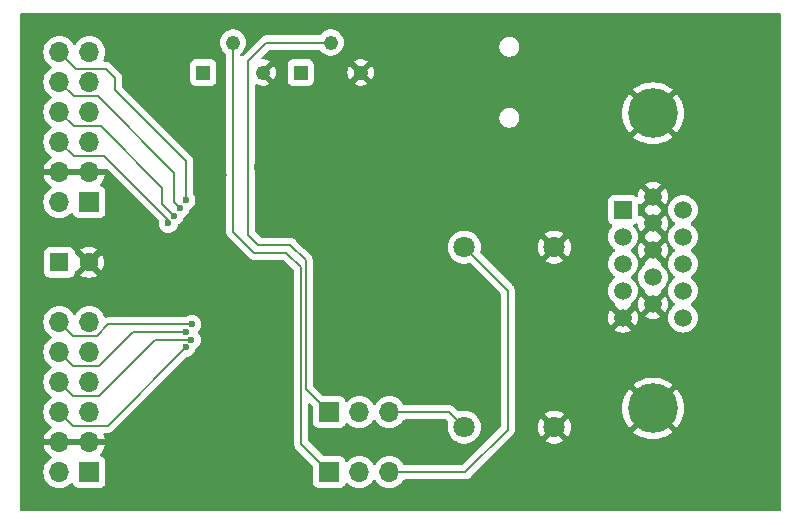
<source format=gbr>
%TF.GenerationSoftware,KiCad,Pcbnew,8.0.3*%
%TF.CreationDate,2025-01-13T10:43:53-08:00*%
%TF.ProjectId,Stereo_VGA,53746572-656f-45f5-9647-412e6b696361,rev?*%
%TF.SameCoordinates,Original*%
%TF.FileFunction,Copper,L2,Bot*%
%TF.FilePolarity,Positive*%
%FSLAX46Y46*%
G04 Gerber Fmt 4.6, Leading zero omitted, Abs format (unit mm)*
G04 Created by KiCad (PCBNEW 8.0.3) date 2025-01-13 10:43:53*
%MOMM*%
%LPD*%
G01*
G04 APERTURE LIST*
%TA.AperFunction,ComponentPad*%
%ADD10R,1.600000X1.600000*%
%TD*%
%TA.AperFunction,ComponentPad*%
%ADD11C,1.600000*%
%TD*%
%TA.AperFunction,ComponentPad*%
%ADD12C,1.800000*%
%TD*%
%TA.AperFunction,ComponentPad*%
%ADD13R,1.700000X1.700000*%
%TD*%
%TA.AperFunction,ComponentPad*%
%ADD14O,1.700000X1.700000*%
%TD*%
%TA.AperFunction,ComponentPad*%
%ADD15R,1.222000X1.222000*%
%TD*%
%TA.AperFunction,ComponentPad*%
%ADD16C,1.222000*%
%TD*%
%TA.AperFunction,ComponentPad*%
%ADD17R,1.508000X1.508000*%
%TD*%
%TA.AperFunction,ComponentPad*%
%ADD18C,1.508000*%
%TD*%
%TA.AperFunction,ComponentPad*%
%ADD19C,4.216000*%
%TD*%
%TA.AperFunction,ViaPad*%
%ADD20C,0.600000*%
%TD*%
%TA.AperFunction,ViaPad*%
%ADD21C,0.500000*%
%TD*%
%TA.AperFunction,Conductor*%
%ADD22C,0.200000*%
%TD*%
G04 APERTURE END LIST*
D10*
%TO.P,C5,1*%
%TO.N,3V3*%
X81280000Y-99060000D03*
D11*
%TO.P,C5,2*%
%TO.N,GND*%
X83780000Y-99060000D03*
%TD*%
D12*
%TO.P,PIEZO1,1,+*%
%TO.N,L_ToBuzzer*%
X115570000Y-97790000D03*
%TO.P,PIEZO1,2,-*%
%TO.N,GND*%
X123190000Y-97790000D03*
%TD*%
D13*
%TO.P,J1,1,Pin_1*%
%TO.N,3V3*%
X83820000Y-93980000D03*
D14*
%TO.P,J1,2,Pin_2*%
X81280000Y-93980000D03*
%TO.P,J1,3,Pin_3*%
%TO.N,GND*%
X83820000Y-91440000D03*
%TO.P,J1,4,Pin_4*%
X81280000Y-91440000D03*
%TO.P,J1,5,Pin_5*%
%TO.N,R3_In*%
X83820000Y-88900000D03*
%TO.P,J1,6,Pin_6*%
%TO.N,B3_In*%
X81280000Y-88900000D03*
%TO.P,J1,7,Pin_7*%
%TO.N,R2_In*%
X83820000Y-86360000D03*
%TO.P,J1,8,Pin_8*%
%TO.N,B2_In*%
X81280000Y-86360000D03*
%TO.P,J1,9,Pin_9*%
%TO.N,R1_In*%
X83820000Y-83820000D03*
%TO.P,J1,10,Pin_10*%
%TO.N,B1_In*%
X81280000Y-83820000D03*
%TO.P,J1,11,Pin_11*%
%TO.N,R0_In*%
X83820000Y-81280000D03*
%TO.P,J1,12,Pin_12*%
%TO.N,B0_In*%
X81280000Y-81280000D03*
%TD*%
D15*
%TO.P,RV1,1,1*%
%TO.N,unconnected-(RV1-Pad1)*%
X93460000Y-83000000D03*
D16*
%TO.P,RV1,2,2*%
%TO.N,L_ToJack*%
X96000000Y-80460000D03*
%TO.P,RV1,3,3*%
%TO.N,GND*%
X98540000Y-83000000D03*
%TD*%
D15*
%TO.P,RV2,1,1*%
%TO.N,unconnected-(RV2-Pad1)*%
X101710000Y-83000000D03*
D16*
%TO.P,RV2,2,2*%
%TO.N,R_ToJack*%
X104250000Y-80460000D03*
%TO.P,RV2,3,3*%
%TO.N,GND*%
X106790000Y-83000000D03*
%TD*%
D13*
%TO.P,J4,1,Pin_1*%
%TO.N,L_ToJack*%
X104140000Y-116840000D03*
D14*
%TO.P,J4,2,Pin_2*%
%TO.N,L_Filtered*%
X106680000Y-116840000D03*
%TO.P,J4,3,Pin_3*%
%TO.N,L_ToBuzzer*%
X109220000Y-116840000D03*
%TD*%
D12*
%TO.P,PIEZO2,1,+*%
%TO.N,R_ToBuzzer*%
X115570000Y-113030000D03*
%TO.P,PIEZO2,2,-*%
%TO.N,GND*%
X123190000Y-113030000D03*
%TD*%
D17*
%TO.P,J6,1,1*%
%TO.N,R_ANALOG*%
X128997500Y-94636750D03*
D18*
%TO.P,J6,2,2*%
%TO.N,G_ANALOG*%
X128997500Y-96916750D03*
%TO.P,J6,3,3*%
%TO.N,B_ANALOG*%
X128997500Y-99196750D03*
%TO.P,J6,4,4*%
%TO.N,unconnected-(J6-Pad4)*%
X128997500Y-101476750D03*
%TO.P,J6,5,5*%
%TO.N,GND*%
X128997500Y-103756750D03*
%TO.P,J6,6,6*%
X131537500Y-93496750D03*
%TO.P,J6,7,7*%
X131537500Y-95776750D03*
%TO.P,J6,8,8*%
X131537500Y-98056750D03*
%TO.P,J6,9,9*%
%TO.N,unconnected-(J6-Pad9)*%
X131537500Y-100336750D03*
%TO.P,J6,10,10*%
%TO.N,GND*%
X131537500Y-102616750D03*
%TO.P,J6,11,11*%
%TO.N,unconnected-(J6-Pad11)*%
X134077500Y-94636750D03*
%TO.P,J6,12,12*%
%TO.N,unconnected-(J6-Pad12)*%
X134077500Y-96916750D03*
%TO.P,J6,13,13*%
%TO.N,Net-(J6-Pad13)*%
X134077500Y-99196750D03*
%TO.P,J6,14,14*%
%TO.N,Net-(J6-Pad14)*%
X134077500Y-101476750D03*
%TO.P,J6,15,15*%
%TO.N,unconnected-(J6-Pad15)*%
X134077500Y-103756750D03*
D19*
%TO.P,J6,S1,SHIELD*%
%TO.N,GND*%
X131537500Y-111436750D03*
%TO.P,J6,S2,SHIELD__1*%
X131537500Y-86446750D03*
%TD*%
D13*
%TO.P,J5,1,Pin_1*%
%TO.N,R_ToJack*%
X104140000Y-111760000D03*
D14*
%TO.P,J5,2,Pin_2*%
%TO.N,R_Filtered*%
X106680000Y-111760000D03*
%TO.P,J5,3,Pin_3*%
%TO.N,R_ToBuzzer*%
X109220000Y-111760000D03*
%TD*%
D13*
%TO.P,J2,1,Pin_1*%
%TO.N,3V3*%
X83820000Y-116840000D03*
D14*
%TO.P,J2,2,Pin_2*%
X81280000Y-116840000D03*
%TO.P,J2,3,Pin_3*%
%TO.N,GND*%
X83820000Y-114300000D03*
%TO.P,J2,4,Pin_4*%
X81280000Y-114300000D03*
%TO.P,J2,5,Pin_5*%
%TO.N,G3_In*%
X83820000Y-111760000D03*
%TO.P,J2,6,Pin_6*%
%TO.N,R_In*%
X81280000Y-111760000D03*
%TO.P,J2,7,Pin_7*%
%TO.N,G2_In*%
X83820000Y-109220000D03*
%TO.P,J2,8,Pin_8*%
%TO.N,L_In*%
X81280000Y-109220000D03*
%TO.P,J2,9,Pin_9*%
%TO.N,G1_In*%
X83820000Y-106680000D03*
%TO.P,J2,10,Pin_10*%
%TO.N,VS_In*%
X81280000Y-106680000D03*
%TO.P,J2,11,Pin_11*%
%TO.N,G0_In*%
X83820000Y-104140000D03*
%TO.P,J2,12,Pin_12*%
%TO.N,HS_In*%
X81280000Y-104140000D03*
%TD*%
D20*
%TO.N,GND*%
X78550000Y-117375000D03*
X92000000Y-96500000D03*
D21*
X121000000Y-102900000D03*
D20*
X96500000Y-112000000D03*
X98750000Y-114500000D03*
D21*
X117800000Y-103100000D03*
X102200000Y-117200000D03*
X95200000Y-91700000D03*
X100900000Y-107700000D03*
D20*
X96500000Y-110250000D03*
X117250000Y-117750000D03*
X112925000Y-83875000D03*
D21*
X105900000Y-114800000D03*
D20*
X93500000Y-116750000D03*
X110025000Y-83125000D03*
D21*
X85600000Y-79500000D03*
D20*
X93500000Y-99500000D03*
X118250000Y-82000000D03*
X91800000Y-108200000D03*
X93500000Y-89000000D03*
X110000000Y-81375000D03*
X100750000Y-101725000D03*
X112725000Y-105375000D03*
D21*
X106800000Y-79000000D03*
X103100000Y-113600000D03*
D20*
X95800000Y-106400000D03*
X106750000Y-85500000D03*
X115500000Y-79500000D03*
X91000000Y-100000000D03*
X100750000Y-115000000D03*
X103500000Y-109500000D03*
X117450000Y-98275000D03*
X95000000Y-96500000D03*
X114250000Y-109675000D03*
D21*
X117200000Y-84200000D03*
D20*
X95000000Y-84500000D03*
X113000000Y-80000000D03*
X92250000Y-115500000D03*
X112475000Y-98650000D03*
X123700000Y-105200000D03*
X107525000Y-100225000D03*
D21*
X78500000Y-100000000D03*
D20*
X106750000Y-94300000D03*
X126075000Y-106600000D03*
X103175000Y-104050000D03*
X97400000Y-101600000D03*
X100500000Y-89000000D03*
X127200000Y-100650000D03*
X106650000Y-96125000D03*
D21*
X119300000Y-92200000D03*
D20*
X98475000Y-100325000D03*
X113500000Y-115250000D03*
X98000000Y-91000000D03*
%TO.N,B0_In*%
X92000000Y-93825000D03*
%TO.N,B2_In*%
X91000000Y-95125000D03*
%TO.N,B1_In*%
X91500000Y-94475000D03*
%TO.N,B3_In*%
X90500000Y-95775000D03*
%TO.N,R_In*%
X92000000Y-106275000D03*
%TO.N,HS_In*%
X92500000Y-104325000D03*
%TO.N,VS_In*%
X92000000Y-104975000D03*
%TO.N,L_In*%
X92466372Y-105624999D03*
%TD*%
D22*
%TO.N,L_ToJack*%
X101750000Y-99500000D02*
X101750000Y-114450000D01*
X101750000Y-114450000D02*
X104140000Y-116840000D01*
X96000000Y-96500000D02*
X97750000Y-98250000D01*
X100500000Y-98250000D02*
X101750000Y-99500000D01*
X96000000Y-80460000D02*
X96000000Y-96500000D01*
X97750000Y-98250000D02*
X100500000Y-98250000D01*
%TO.N,R_ToJack*%
X102150000Y-109770000D02*
X104140000Y-111760000D01*
X102150000Y-98900000D02*
X102150000Y-109770000D01*
X98790000Y-80460000D02*
X97250000Y-82000000D01*
X100850000Y-97600000D02*
X102150000Y-98900000D01*
X97250000Y-96750000D02*
X98100000Y-97600000D01*
X97250000Y-82000000D02*
X97250000Y-96750000D01*
X98100000Y-97600000D02*
X100850000Y-97600000D01*
X104250000Y-80460000D02*
X98790000Y-80460000D01*
%TO.N,B0_In*%
X92000000Y-90500000D02*
X86000000Y-84500000D01*
X86000000Y-83475000D02*
X85195000Y-82670000D01*
X92000000Y-93825000D02*
X92000000Y-90500000D01*
X82670000Y-82670000D02*
X81280000Y-81280000D01*
X85195000Y-82670000D02*
X82670000Y-82670000D01*
X86000000Y-84500000D02*
X86000000Y-83475000D01*
%TO.N,B2_In*%
X91000000Y-95125000D02*
X90000000Y-94125000D01*
X90000000Y-94125000D02*
X90000000Y-92750000D01*
X82480000Y-87560000D02*
X81280000Y-86360000D01*
X90000000Y-92750000D02*
X84810000Y-87560000D01*
X84810000Y-87560000D02*
X82480000Y-87560000D01*
%TO.N,B1_In*%
X91000000Y-93975000D02*
X91000000Y-91500000D01*
X91500000Y-94475000D02*
X91000000Y-93975000D01*
X84520000Y-85020000D02*
X82480000Y-85020000D01*
X82480000Y-85020000D02*
X81280000Y-83820000D01*
X91000000Y-91500000D02*
X84520000Y-85020000D01*
%TO.N,B3_In*%
X85100000Y-90100000D02*
X82480000Y-90100000D01*
X90500000Y-95775000D02*
X90500000Y-95500000D01*
X90500000Y-95500000D02*
X85100000Y-90100000D01*
X82480000Y-90100000D02*
X81280000Y-88900000D01*
%TO.N,R_In*%
X85365000Y-112910000D02*
X82430000Y-112910000D01*
X92000000Y-106275000D02*
X85365000Y-112910000D01*
X82430000Y-112910000D02*
X81280000Y-111760000D01*
%TO.N,HS_In*%
X82430000Y-105290000D02*
X81280000Y-104140000D01*
X84460000Y-105290000D02*
X82430000Y-105290000D01*
X85425000Y-104325000D02*
X84460000Y-105290000D01*
X92500000Y-104325000D02*
X85425000Y-104325000D01*
%TO.N,VS_In*%
X82430000Y-107830000D02*
X81280000Y-106680000D01*
X87525000Y-104975000D02*
X84670000Y-107830000D01*
X92000000Y-104975000D02*
X87525000Y-104975000D01*
X84670000Y-107830000D02*
X82430000Y-107830000D01*
%TO.N,L_In*%
X84630000Y-110370000D02*
X82430000Y-110370000D01*
X92466372Y-105624999D02*
X89375001Y-105624999D01*
X82430000Y-110370000D02*
X81280000Y-109220000D01*
X89375001Y-105624999D02*
X84630000Y-110370000D01*
%TO.N,L_ToBuzzer*%
X115660000Y-116840000D02*
X119250000Y-113250000D01*
X109220000Y-116840000D02*
X115660000Y-116840000D01*
X119250000Y-101470000D02*
X115570000Y-97790000D01*
X119250000Y-113250000D02*
X119250000Y-101470000D01*
%TO.N,R_ToBuzzer*%
X109220000Y-111760000D02*
X114300000Y-111760000D01*
X114300000Y-111760000D02*
X115570000Y-113030000D01*
%TD*%
%TA.AperFunction,Conductor*%
%TO.N,GND*%
G36*
X83354075Y-114107007D02*
G01*
X83320000Y-114234174D01*
X83320000Y-114365826D01*
X83354075Y-114492993D01*
X83386988Y-114550000D01*
X81713012Y-114550000D01*
X81745925Y-114492993D01*
X81780000Y-114365826D01*
X81780000Y-114234174D01*
X81745925Y-114107007D01*
X81713012Y-114050000D01*
X83386988Y-114050000D01*
X83354075Y-114107007D01*
G37*
%TD.AperFunction*%
%TA.AperFunction,Conductor*%
G36*
X131071575Y-93689743D02*
G01*
X131137401Y-93803757D01*
X131230493Y-93896849D01*
X131344507Y-93962675D01*
X131408090Y-93979712D01*
X130845055Y-94542746D01*
X130845640Y-94549433D01*
X130877867Y-94589751D01*
X130885060Y-94659250D01*
X130853538Y-94721604D01*
X130845226Y-94728806D01*
X130845055Y-94730753D01*
X131408090Y-95293787D01*
X131344507Y-95310825D01*
X131230493Y-95376651D01*
X131137401Y-95469743D01*
X131071575Y-95583757D01*
X131054537Y-95647339D01*
X130491503Y-95084305D01*
X130491503Y-95084306D01*
X130477574Y-95104199D01*
X130422997Y-95147823D01*
X130353498Y-95155016D01*
X130291144Y-95123494D01*
X130255730Y-95063264D01*
X130251999Y-95033081D01*
X130251999Y-94240423D01*
X130271684Y-94173385D01*
X130324488Y-94127630D01*
X130393646Y-94117686D01*
X130457202Y-94146711D01*
X130477574Y-94169300D01*
X130491503Y-94189193D01*
X131054537Y-93626159D01*
X131071575Y-93689743D01*
G37*
%TD.AperFunction*%
%TA.AperFunction,Conductor*%
G36*
X83354075Y-91247007D02*
G01*
X83320000Y-91374174D01*
X83320000Y-91505826D01*
X83354075Y-91632993D01*
X83386988Y-91690000D01*
X81713012Y-91690000D01*
X81745925Y-91632993D01*
X81780000Y-91505826D01*
X81780000Y-91374174D01*
X81745925Y-91247007D01*
X81713012Y-91190000D01*
X83386988Y-91190000D01*
X83354075Y-91247007D01*
G37*
%TD.AperFunction*%
%TA.AperFunction,Conductor*%
G36*
X142292539Y-77990185D02*
G01*
X142338294Y-78042989D01*
X142349500Y-78094500D01*
X142349500Y-120025500D01*
X142329815Y-120092539D01*
X142277011Y-120138294D01*
X142225500Y-120149500D01*
X78094500Y-120149500D01*
X78027461Y-120129815D01*
X77981706Y-120077011D01*
X77970500Y-120025500D01*
X77970500Y-104139999D01*
X79924341Y-104139999D01*
X79924341Y-104140000D01*
X79944936Y-104375403D01*
X79944938Y-104375413D01*
X80006094Y-104603655D01*
X80006096Y-104603659D01*
X80006097Y-104603663D01*
X80098931Y-104802745D01*
X80105965Y-104817830D01*
X80105967Y-104817834D01*
X80201884Y-104954816D01*
X80231012Y-104996416D01*
X80241501Y-105011395D01*
X80241506Y-105011402D01*
X80408597Y-105178493D01*
X80408603Y-105178498D01*
X80594158Y-105308425D01*
X80637783Y-105363002D01*
X80644977Y-105432500D01*
X80613454Y-105494855D01*
X80594158Y-105511575D01*
X80408597Y-105641505D01*
X80241505Y-105808597D01*
X80105965Y-106002169D01*
X80105964Y-106002171D01*
X80006098Y-106216335D01*
X80006094Y-106216344D01*
X79944938Y-106444586D01*
X79944936Y-106444596D01*
X79924341Y-106679999D01*
X79924341Y-106680000D01*
X79944936Y-106915403D01*
X79944938Y-106915413D01*
X80006094Y-107143655D01*
X80006096Y-107143659D01*
X80006097Y-107143663D01*
X80105965Y-107357830D01*
X80105967Y-107357834D01*
X80241501Y-107551395D01*
X80241506Y-107551402D01*
X80408597Y-107718493D01*
X80408603Y-107718498D01*
X80594158Y-107848425D01*
X80637783Y-107903002D01*
X80644977Y-107972500D01*
X80613454Y-108034855D01*
X80594158Y-108051575D01*
X80408597Y-108181505D01*
X80241505Y-108348597D01*
X80105965Y-108542169D01*
X80105964Y-108542171D01*
X80006098Y-108756335D01*
X80006094Y-108756344D01*
X79944938Y-108984586D01*
X79944936Y-108984596D01*
X79924341Y-109219999D01*
X79924341Y-109220000D01*
X79944936Y-109455403D01*
X79944938Y-109455413D01*
X80006094Y-109683655D01*
X80006096Y-109683659D01*
X80006097Y-109683663D01*
X80077483Y-109836750D01*
X80105965Y-109897830D01*
X80105967Y-109897834D01*
X80241501Y-110091395D01*
X80241506Y-110091402D01*
X80408597Y-110258493D01*
X80408603Y-110258498D01*
X80594158Y-110388425D01*
X80637783Y-110443002D01*
X80644977Y-110512500D01*
X80613454Y-110574855D01*
X80594158Y-110591575D01*
X80408597Y-110721505D01*
X80241505Y-110888597D01*
X80105965Y-111082169D01*
X80105964Y-111082171D01*
X80006098Y-111296335D01*
X80006094Y-111296344D01*
X79944938Y-111524586D01*
X79944936Y-111524596D01*
X79924341Y-111759999D01*
X79924341Y-111760000D01*
X79944936Y-111995403D01*
X79944938Y-111995413D01*
X80006094Y-112223655D01*
X80006096Y-112223659D01*
X80006097Y-112223663D01*
X80070322Y-112361393D01*
X80105965Y-112437830D01*
X80105967Y-112437834D01*
X80201102Y-112573700D01*
X80241501Y-112631396D01*
X80241506Y-112631402D01*
X80408597Y-112798493D01*
X80408603Y-112798498D01*
X80463601Y-112837008D01*
X80583521Y-112920977D01*
X80594594Y-112928730D01*
X80638219Y-112983307D01*
X80645413Y-113052805D01*
X80613890Y-113115160D01*
X80594595Y-113131880D01*
X80408922Y-113261890D01*
X80408920Y-113261891D01*
X80241891Y-113428920D01*
X80241886Y-113428926D01*
X80106400Y-113622420D01*
X80106399Y-113622422D01*
X80006570Y-113836507D01*
X80006567Y-113836513D01*
X79949364Y-114049999D01*
X79949364Y-114050000D01*
X80846988Y-114050000D01*
X80814075Y-114107007D01*
X80780000Y-114234174D01*
X80780000Y-114365826D01*
X80814075Y-114492993D01*
X80846988Y-114550000D01*
X79949364Y-114550000D01*
X80006567Y-114763486D01*
X80006570Y-114763492D01*
X80106399Y-114977578D01*
X80241894Y-115171082D01*
X80408917Y-115338105D01*
X80594595Y-115468119D01*
X80638219Y-115522696D01*
X80645412Y-115592195D01*
X80613890Y-115654549D01*
X80594595Y-115671269D01*
X80408594Y-115801508D01*
X80241505Y-115968597D01*
X80105965Y-116162169D01*
X80105964Y-116162171D01*
X80006098Y-116376335D01*
X80006094Y-116376344D01*
X79944938Y-116604586D01*
X79944936Y-116604596D01*
X79924341Y-116839999D01*
X79924341Y-116840000D01*
X79944936Y-117075403D01*
X79944938Y-117075413D01*
X80006094Y-117303655D01*
X80006096Y-117303659D01*
X80006097Y-117303663D01*
X80069906Y-117440501D01*
X80105965Y-117517830D01*
X80105967Y-117517834D01*
X80214281Y-117672521D01*
X80241505Y-117711401D01*
X80408599Y-117878495D01*
X80505384Y-117946265D01*
X80602165Y-118014032D01*
X80602167Y-118014033D01*
X80602170Y-118014035D01*
X80816337Y-118113903D01*
X81044592Y-118175063D01*
X81221034Y-118190500D01*
X81279999Y-118195659D01*
X81280000Y-118195659D01*
X81280001Y-118195659D01*
X81338966Y-118190500D01*
X81515408Y-118175063D01*
X81743663Y-118113903D01*
X81957830Y-118014035D01*
X82151401Y-117878495D01*
X82273329Y-117756566D01*
X82334648Y-117723084D01*
X82404340Y-117728068D01*
X82460274Y-117769939D01*
X82477189Y-117800917D01*
X82526202Y-117932328D01*
X82526206Y-117932335D01*
X82612452Y-118047544D01*
X82612455Y-118047547D01*
X82727664Y-118133793D01*
X82727671Y-118133797D01*
X82862517Y-118184091D01*
X82862516Y-118184091D01*
X82869444Y-118184835D01*
X82922127Y-118190500D01*
X84717872Y-118190499D01*
X84777483Y-118184091D01*
X84912331Y-118133796D01*
X85027546Y-118047546D01*
X85113796Y-117932331D01*
X85164091Y-117797483D01*
X85170500Y-117737873D01*
X85170499Y-115942128D01*
X85164091Y-115882517D01*
X85162810Y-115879083D01*
X85113797Y-115747671D01*
X85113793Y-115747664D01*
X85027547Y-115632455D01*
X85027544Y-115632452D01*
X84912335Y-115546206D01*
X84912328Y-115546202D01*
X84780401Y-115496997D01*
X84724467Y-115455126D01*
X84700050Y-115389662D01*
X84714902Y-115321389D01*
X84736053Y-115293133D01*
X84858108Y-115171078D01*
X84993600Y-114977578D01*
X85093429Y-114763492D01*
X85093432Y-114763486D01*
X85150636Y-114550000D01*
X84253012Y-114550000D01*
X84285925Y-114492993D01*
X84320000Y-114365826D01*
X84320000Y-114234174D01*
X84285925Y-114107007D01*
X84253012Y-114050000D01*
X85150636Y-114050000D01*
X85150635Y-114049999D01*
X85093432Y-113836513D01*
X85093429Y-113836507D01*
X85023669Y-113686905D01*
X85013177Y-113617827D01*
X85041697Y-113554043D01*
X85100173Y-113515804D01*
X85136051Y-113510500D01*
X85278331Y-113510500D01*
X85278347Y-113510501D01*
X85285943Y-113510501D01*
X85444054Y-113510501D01*
X85444057Y-113510501D01*
X85596785Y-113469577D01*
X85646904Y-113440639D01*
X85733716Y-113390520D01*
X85845520Y-113278716D01*
X85845520Y-113278714D01*
X85855728Y-113268507D01*
X85855730Y-113268504D01*
X92018535Y-107105698D01*
X92079856Y-107072215D01*
X92092311Y-107070163D01*
X92179255Y-107060368D01*
X92349522Y-107000789D01*
X92502262Y-106904816D01*
X92629816Y-106777262D01*
X92725789Y-106624522D01*
X92785368Y-106454255D01*
X92788902Y-106422887D01*
X92815966Y-106358475D01*
X92846146Y-106331779D01*
X92968634Y-106254815D01*
X93096188Y-106127261D01*
X93192161Y-105974521D01*
X93251740Y-105804254D01*
X93255541Y-105770520D01*
X93271937Y-105625002D01*
X93271937Y-105624995D01*
X93251741Y-105445749D01*
X93251740Y-105445744D01*
X93192160Y-105275475D01*
X93131222Y-105178493D01*
X93096188Y-105122737D01*
X93052945Y-105079494D01*
X93019460Y-105018171D01*
X93024444Y-104948479D01*
X93052941Y-104904136D01*
X93129816Y-104827262D01*
X93225789Y-104674522D01*
X93285368Y-104504255D01*
X93298647Y-104386400D01*
X93305565Y-104325003D01*
X93305565Y-104324996D01*
X93285369Y-104145750D01*
X93285368Y-104145745D01*
X93225788Y-103975476D01*
X93129815Y-103822737D01*
X93002262Y-103695184D01*
X92849523Y-103599211D01*
X92679254Y-103539631D01*
X92679249Y-103539630D01*
X92500004Y-103519435D01*
X92499996Y-103519435D01*
X92320750Y-103539630D01*
X92320745Y-103539631D01*
X92150476Y-103599211D01*
X91997736Y-103695185D01*
X91994903Y-103697445D01*
X91992724Y-103698334D01*
X91991842Y-103698889D01*
X91991744Y-103698734D01*
X91930217Y-103723855D01*
X91917588Y-103724500D01*
X85345941Y-103724500D01*
X85242023Y-103752344D01*
X85172173Y-103750681D01*
X85114311Y-103711517D01*
X85096822Y-103680949D01*
X85096191Y-103681244D01*
X84994035Y-103462171D01*
X84994034Y-103462169D01*
X84858494Y-103268597D01*
X84691402Y-103101506D01*
X84691395Y-103101501D01*
X84497834Y-102965967D01*
X84497830Y-102965965D01*
X84457788Y-102947293D01*
X84283663Y-102866097D01*
X84283659Y-102866096D01*
X84283655Y-102866094D01*
X84055413Y-102804938D01*
X84055403Y-102804936D01*
X83820001Y-102784341D01*
X83819999Y-102784341D01*
X83584596Y-102804936D01*
X83584586Y-102804938D01*
X83356344Y-102866094D01*
X83356335Y-102866098D01*
X83142171Y-102965964D01*
X83142169Y-102965965D01*
X82948597Y-103101505D01*
X82781505Y-103268597D01*
X82651575Y-103454158D01*
X82596998Y-103497783D01*
X82527500Y-103504977D01*
X82465145Y-103473454D01*
X82448425Y-103454158D01*
X82318494Y-103268597D01*
X82151402Y-103101506D01*
X82151395Y-103101501D01*
X81957834Y-102965967D01*
X81957830Y-102965965D01*
X81917788Y-102947293D01*
X81743663Y-102866097D01*
X81743659Y-102866096D01*
X81743655Y-102866094D01*
X81515413Y-102804938D01*
X81515403Y-102804936D01*
X81280001Y-102784341D01*
X81279999Y-102784341D01*
X81044596Y-102804936D01*
X81044586Y-102804938D01*
X80816344Y-102866094D01*
X80816335Y-102866098D01*
X80602171Y-102965964D01*
X80602169Y-102965965D01*
X80408597Y-103101505D01*
X80241505Y-103268597D01*
X80105965Y-103462169D01*
X80105964Y-103462171D01*
X80006098Y-103676335D01*
X80006094Y-103676344D01*
X79944938Y-103904586D01*
X79944936Y-103904596D01*
X79924341Y-104139999D01*
X77970500Y-104139999D01*
X77970500Y-98212135D01*
X79979500Y-98212135D01*
X79979500Y-99907870D01*
X79979501Y-99907876D01*
X79985908Y-99967483D01*
X80036202Y-100102328D01*
X80036206Y-100102335D01*
X80122452Y-100217544D01*
X80122455Y-100217547D01*
X80237664Y-100303793D01*
X80237671Y-100303797D01*
X80372517Y-100354091D01*
X80372516Y-100354091D01*
X80379444Y-100354835D01*
X80432127Y-100360500D01*
X82127872Y-100360499D01*
X82187483Y-100354091D01*
X82322331Y-100303796D01*
X82437546Y-100217546D01*
X82523796Y-100102331D01*
X82574091Y-99967483D01*
X82580500Y-99907873D01*
X82580499Y-99907845D01*
X82580678Y-99904547D01*
X82582183Y-99904627D01*
X82600112Y-99843326D01*
X82652868Y-99797514D01*
X82696465Y-99789981D01*
X83380000Y-99106446D01*
X83380000Y-99112661D01*
X83407259Y-99214394D01*
X83459920Y-99305606D01*
X83534394Y-99380080D01*
X83625606Y-99432741D01*
X83727339Y-99460000D01*
X83733553Y-99460000D01*
X83054526Y-100139025D01*
X83127513Y-100190132D01*
X83127521Y-100190136D01*
X83333668Y-100286264D01*
X83333682Y-100286269D01*
X83553389Y-100345139D01*
X83553400Y-100345141D01*
X83779998Y-100364966D01*
X83780002Y-100364966D01*
X84006599Y-100345141D01*
X84006610Y-100345139D01*
X84226317Y-100286269D01*
X84226331Y-100286264D01*
X84432478Y-100190136D01*
X84505471Y-100139024D01*
X83826447Y-99460000D01*
X83832661Y-99460000D01*
X83934394Y-99432741D01*
X84025606Y-99380080D01*
X84100080Y-99305606D01*
X84152741Y-99214394D01*
X84180000Y-99112661D01*
X84180000Y-99106447D01*
X84859024Y-99785471D01*
X84910136Y-99712478D01*
X85006264Y-99506331D01*
X85006269Y-99506317D01*
X85065139Y-99286610D01*
X85065141Y-99286599D01*
X85084966Y-99060002D01*
X85084966Y-99059997D01*
X85065141Y-98833400D01*
X85065139Y-98833389D01*
X85006269Y-98613682D01*
X85006264Y-98613668D01*
X84910136Y-98407521D01*
X84910132Y-98407513D01*
X84859025Y-98334526D01*
X84180000Y-99013551D01*
X84180000Y-99007339D01*
X84152741Y-98905606D01*
X84100080Y-98814394D01*
X84025606Y-98739920D01*
X83934394Y-98687259D01*
X83832661Y-98660000D01*
X83826448Y-98660000D01*
X84505472Y-97980974D01*
X84432478Y-97929863D01*
X84226331Y-97833735D01*
X84226317Y-97833730D01*
X84006610Y-97774860D01*
X84006599Y-97774858D01*
X83780002Y-97755034D01*
X83779998Y-97755034D01*
X83553400Y-97774858D01*
X83553389Y-97774860D01*
X83333682Y-97833730D01*
X83333673Y-97833734D01*
X83127516Y-97929866D01*
X83127512Y-97929868D01*
X83054526Y-97980973D01*
X83054526Y-97980974D01*
X83733553Y-98660000D01*
X83727339Y-98660000D01*
X83625606Y-98687259D01*
X83534394Y-98739920D01*
X83459920Y-98814394D01*
X83407259Y-98905606D01*
X83380000Y-99007339D01*
X83380000Y-99013552D01*
X82695799Y-98329351D01*
X82646805Y-98319505D01*
X82596622Y-98270889D01*
X82581981Y-98215366D01*
X82580900Y-98215423D01*
X82580854Y-98215429D01*
X82580853Y-98215426D01*
X82580676Y-98215436D01*
X82580499Y-98212135D01*
X82580499Y-98212128D01*
X82574091Y-98152517D01*
X82538372Y-98056750D01*
X82523797Y-98017671D01*
X82523793Y-98017664D01*
X82437547Y-97902455D01*
X82437544Y-97902452D01*
X82322335Y-97816206D01*
X82322328Y-97816202D01*
X82187482Y-97765908D01*
X82187483Y-97765908D01*
X82127883Y-97759501D01*
X82127881Y-97759500D01*
X82127873Y-97759500D01*
X82127864Y-97759500D01*
X80432129Y-97759500D01*
X80432123Y-97759501D01*
X80372516Y-97765908D01*
X80237671Y-97816202D01*
X80237664Y-97816206D01*
X80122455Y-97902452D01*
X80122452Y-97902455D01*
X80036206Y-98017664D01*
X80036202Y-98017671D01*
X79985908Y-98152517D01*
X79979501Y-98212116D01*
X79979501Y-98212123D01*
X79979500Y-98212135D01*
X77970500Y-98212135D01*
X77970500Y-81279999D01*
X79924341Y-81279999D01*
X79924341Y-81280000D01*
X79944936Y-81515403D01*
X79944938Y-81515413D01*
X80006094Y-81743655D01*
X80006096Y-81743659D01*
X80006097Y-81743663D01*
X80088764Y-81920943D01*
X80105965Y-81957830D01*
X80105967Y-81957834D01*
X80184157Y-82069500D01*
X80233072Y-82139358D01*
X80241501Y-82151395D01*
X80241506Y-82151402D01*
X80408597Y-82318493D01*
X80408603Y-82318498D01*
X80594158Y-82448425D01*
X80637783Y-82503002D01*
X80644977Y-82572500D01*
X80613454Y-82634855D01*
X80594158Y-82651575D01*
X80408597Y-82781505D01*
X80241505Y-82948597D01*
X80105965Y-83142169D01*
X80105964Y-83142171D01*
X80006098Y-83356335D01*
X80006094Y-83356344D01*
X79944938Y-83584586D01*
X79944936Y-83584596D01*
X79924341Y-83819999D01*
X79924341Y-83820000D01*
X79944936Y-84055403D01*
X79944938Y-84055413D01*
X80006094Y-84283655D01*
X80006096Y-84283659D01*
X80006097Y-84283663D01*
X80012076Y-84296484D01*
X80105965Y-84497830D01*
X80105967Y-84497834D01*
X80241501Y-84691395D01*
X80241506Y-84691402D01*
X80408597Y-84858493D01*
X80408603Y-84858498D01*
X80594158Y-84988425D01*
X80637783Y-85043002D01*
X80644977Y-85112500D01*
X80613454Y-85174855D01*
X80594158Y-85191575D01*
X80408597Y-85321505D01*
X80241505Y-85488597D01*
X80105965Y-85682169D01*
X80105964Y-85682171D01*
X80006098Y-85896335D01*
X80006094Y-85896344D01*
X79944938Y-86124586D01*
X79944936Y-86124596D01*
X79924341Y-86359999D01*
X79924341Y-86360000D01*
X79944936Y-86595403D01*
X79944938Y-86595413D01*
X80006094Y-86823655D01*
X80006096Y-86823659D01*
X80006097Y-86823663D01*
X80088522Y-87000423D01*
X80105965Y-87037830D01*
X80105967Y-87037834D01*
X80241501Y-87231395D01*
X80241506Y-87231402D01*
X80408597Y-87398493D01*
X80408603Y-87398498D01*
X80594158Y-87528425D01*
X80637783Y-87583002D01*
X80644977Y-87652500D01*
X80613454Y-87714855D01*
X80594158Y-87731575D01*
X80408597Y-87861505D01*
X80241505Y-88028597D01*
X80105965Y-88222169D01*
X80105964Y-88222171D01*
X80006098Y-88436335D01*
X80006094Y-88436344D01*
X79944938Y-88664586D01*
X79944936Y-88664596D01*
X79924341Y-88899999D01*
X79924341Y-88900000D01*
X79944936Y-89135403D01*
X79944938Y-89135413D01*
X80006094Y-89363655D01*
X80006096Y-89363659D01*
X80006097Y-89363663D01*
X80023971Y-89401993D01*
X80105965Y-89577830D01*
X80105967Y-89577834D01*
X80135129Y-89619481D01*
X80241505Y-89771401D01*
X80408599Y-89938495D01*
X80524257Y-90019480D01*
X80594594Y-90068730D01*
X80638219Y-90123307D01*
X80645413Y-90192805D01*
X80613890Y-90255160D01*
X80594595Y-90271880D01*
X80408922Y-90401890D01*
X80408920Y-90401891D01*
X80241891Y-90568920D01*
X80241886Y-90568926D01*
X80106400Y-90762420D01*
X80106399Y-90762422D01*
X80006570Y-90976507D01*
X80006567Y-90976513D01*
X79949364Y-91189999D01*
X79949364Y-91190000D01*
X80846988Y-91190000D01*
X80814075Y-91247007D01*
X80780000Y-91374174D01*
X80780000Y-91505826D01*
X80814075Y-91632993D01*
X80846988Y-91690000D01*
X79949364Y-91690000D01*
X80006567Y-91903486D01*
X80006570Y-91903492D01*
X80106399Y-92117578D01*
X80241894Y-92311082D01*
X80408917Y-92478105D01*
X80594595Y-92608119D01*
X80638219Y-92662696D01*
X80645412Y-92732195D01*
X80613890Y-92794549D01*
X80594595Y-92811269D01*
X80408594Y-92941508D01*
X80241505Y-93108597D01*
X80105965Y-93302169D01*
X80105964Y-93302171D01*
X80006098Y-93516335D01*
X80006094Y-93516344D01*
X79944938Y-93744586D01*
X79944936Y-93744596D01*
X79924341Y-93979999D01*
X79924341Y-93980000D01*
X79944936Y-94215403D01*
X79944938Y-94215413D01*
X80006094Y-94443655D01*
X80006096Y-94443659D01*
X80006097Y-94443663D01*
X80074219Y-94589751D01*
X80105965Y-94657830D01*
X80105967Y-94657834D01*
X80150620Y-94721604D01*
X80241505Y-94851401D01*
X80408599Y-95018495D01*
X80502585Y-95084305D01*
X80602165Y-95154032D01*
X80602167Y-95154033D01*
X80602170Y-95154035D01*
X80816337Y-95253903D01*
X81044592Y-95315063D01*
X81221034Y-95330500D01*
X81279999Y-95335659D01*
X81280000Y-95335659D01*
X81280001Y-95335659D01*
X81338966Y-95330500D01*
X81515408Y-95315063D01*
X81743663Y-95253903D01*
X81957830Y-95154035D01*
X82151401Y-95018495D01*
X82273329Y-94896566D01*
X82334648Y-94863084D01*
X82404340Y-94868068D01*
X82460274Y-94909939D01*
X82477189Y-94940917D01*
X82526202Y-95072328D01*
X82526206Y-95072335D01*
X82612452Y-95187544D01*
X82612455Y-95187547D01*
X82727664Y-95273793D01*
X82727671Y-95273797D01*
X82862517Y-95324091D01*
X82862516Y-95324091D01*
X82869444Y-95324835D01*
X82922127Y-95330500D01*
X84717872Y-95330499D01*
X84777483Y-95324091D01*
X84912331Y-95273796D01*
X85027546Y-95187546D01*
X85113796Y-95072331D01*
X85164091Y-94937483D01*
X85170500Y-94877873D01*
X85170499Y-93082128D01*
X85164091Y-93022517D01*
X85162810Y-93019083D01*
X85113797Y-92887671D01*
X85113793Y-92887664D01*
X85027547Y-92772455D01*
X85027544Y-92772452D01*
X84912335Y-92686206D01*
X84912328Y-92686202D01*
X84780401Y-92636997D01*
X84724467Y-92595126D01*
X84700050Y-92529662D01*
X84714902Y-92461389D01*
X84736053Y-92433133D01*
X84858108Y-92311078D01*
X84993600Y-92117578D01*
X85093429Y-91903492D01*
X85093432Y-91903486D01*
X85150636Y-91690000D01*
X84253012Y-91690000D01*
X84285925Y-91632993D01*
X84320000Y-91505826D01*
X84320000Y-91374174D01*
X84285925Y-91247007D01*
X84253012Y-91190000D01*
X85153403Y-91190000D01*
X85203536Y-91153393D01*
X85273282Y-91149238D01*
X85333166Y-91182401D01*
X89675634Y-95524869D01*
X89709119Y-95586192D01*
X89711173Y-95626433D01*
X89694435Y-95774995D01*
X89694435Y-95775003D01*
X89714630Y-95954249D01*
X89714631Y-95954254D01*
X89774211Y-96124523D01*
X89853848Y-96251264D01*
X89870184Y-96277262D01*
X89997738Y-96404816D01*
X90069492Y-96449902D01*
X90127006Y-96486041D01*
X90150478Y-96500789D01*
X90320745Y-96560368D01*
X90320750Y-96560369D01*
X90499996Y-96580565D01*
X90500000Y-96580565D01*
X90500004Y-96580565D01*
X90679249Y-96560369D01*
X90679252Y-96560368D01*
X90679255Y-96560368D01*
X90849522Y-96500789D01*
X91002262Y-96404816D01*
X91129816Y-96277262D01*
X91225789Y-96124522D01*
X91285368Y-95954255D01*
X91286340Y-95945623D01*
X91313406Y-95881210D01*
X91345023Y-95856718D01*
X91343626Y-95854494D01*
X91431544Y-95799251D01*
X91502262Y-95754816D01*
X91629816Y-95627262D01*
X91725789Y-95474522D01*
X91785368Y-95304255D01*
X91786340Y-95295623D01*
X91813406Y-95231210D01*
X91845023Y-95206718D01*
X91843626Y-95204494D01*
X91923935Y-95154032D01*
X92002262Y-95104816D01*
X92129816Y-94977262D01*
X92225789Y-94824522D01*
X92285368Y-94654255D01*
X92286340Y-94645623D01*
X92313406Y-94581210D01*
X92345023Y-94556718D01*
X92343626Y-94554494D01*
X92379660Y-94531851D01*
X92502262Y-94454816D01*
X92629816Y-94327262D01*
X92725789Y-94174522D01*
X92785368Y-94004255D01*
X92802714Y-93850303D01*
X92805565Y-93825003D01*
X92805565Y-93824996D01*
X92785369Y-93645750D01*
X92785368Y-93645745D01*
X92750526Y-93546173D01*
X92725789Y-93475478D01*
X92702839Y-93438954D01*
X92671236Y-93388658D01*
X92629816Y-93322738D01*
X92629814Y-93322736D01*
X92629813Y-93322734D01*
X92627550Y-93319896D01*
X92626659Y-93317715D01*
X92626111Y-93316842D01*
X92626264Y-93316745D01*
X92601144Y-93255209D01*
X92600500Y-93242587D01*
X92600500Y-90420945D01*
X92600500Y-90420943D01*
X92559577Y-90268216D01*
X92516039Y-90192805D01*
X92480524Y-90131290D01*
X92480521Y-90131286D01*
X92480520Y-90131284D01*
X92368716Y-90019480D01*
X92368715Y-90019479D01*
X92364385Y-90015149D01*
X92364374Y-90015139D01*
X86636819Y-84287584D01*
X86603334Y-84226261D01*
X86600500Y-84199903D01*
X86600500Y-83564059D01*
X86600501Y-83564046D01*
X86600501Y-83395945D01*
X86600501Y-83395943D01*
X86559577Y-83243215D01*
X86506059Y-83150520D01*
X86480520Y-83106284D01*
X86368716Y-82994480D01*
X86368715Y-82994479D01*
X86364385Y-82990149D01*
X86364374Y-82990139D01*
X85715370Y-82341135D01*
X92348500Y-82341135D01*
X92348500Y-83658870D01*
X92348501Y-83658876D01*
X92354908Y-83718483D01*
X92405202Y-83853328D01*
X92405206Y-83853335D01*
X92491452Y-83968544D01*
X92491455Y-83968547D01*
X92606664Y-84054793D01*
X92606671Y-84054797D01*
X92741517Y-84105091D01*
X92741516Y-84105091D01*
X92748444Y-84105835D01*
X92801127Y-84111500D01*
X94118872Y-84111499D01*
X94178483Y-84105091D01*
X94313331Y-84054796D01*
X94428546Y-83968546D01*
X94514796Y-83853331D01*
X94565091Y-83718483D01*
X94571500Y-83658873D01*
X94571499Y-82341128D01*
X94565091Y-82281517D01*
X94530763Y-82189480D01*
X94514797Y-82146671D01*
X94514793Y-82146664D01*
X94428547Y-82031455D01*
X94428544Y-82031452D01*
X94313335Y-81945206D01*
X94313328Y-81945202D01*
X94178482Y-81894908D01*
X94178483Y-81894908D01*
X94118883Y-81888501D01*
X94118881Y-81888500D01*
X94118873Y-81888500D01*
X94118864Y-81888500D01*
X92801129Y-81888500D01*
X92801123Y-81888501D01*
X92741516Y-81894908D01*
X92606671Y-81945202D01*
X92606664Y-81945206D01*
X92491455Y-82031452D01*
X92491452Y-82031455D01*
X92405206Y-82146664D01*
X92405202Y-82146671D01*
X92354908Y-82281517D01*
X92348501Y-82341116D01*
X92348501Y-82341123D01*
X92348500Y-82341135D01*
X85715370Y-82341135D01*
X85682590Y-82308355D01*
X85682588Y-82308352D01*
X85563717Y-82189481D01*
X85563716Y-82189480D01*
X85476904Y-82139360D01*
X85476904Y-82139359D01*
X85476900Y-82139358D01*
X85426785Y-82110423D01*
X85274057Y-82069499D01*
X85136604Y-82069499D01*
X85069565Y-82049814D01*
X85023810Y-81997010D01*
X85013866Y-81927852D01*
X85024222Y-81893094D01*
X85059933Y-81816511D01*
X85093903Y-81743663D01*
X85155063Y-81515408D01*
X85175659Y-81280000D01*
X85155063Y-81044592D01*
X85093903Y-80816337D01*
X84994035Y-80602171D01*
X84988425Y-80594158D01*
X84894486Y-80459999D01*
X94883738Y-80459999D01*
X94883738Y-80460000D01*
X94902744Y-80665113D01*
X94959117Y-80863243D01*
X95050931Y-81047629D01*
X95050933Y-81047632D01*
X95050935Y-81047636D01*
X95050938Y-81047640D01*
X95050940Y-81047643D01*
X95066369Y-81068074D01*
X95175072Y-81212021D01*
X95175075Y-81212023D01*
X95175077Y-81212026D01*
X95327299Y-81350794D01*
X95327301Y-81350796D01*
X95334829Y-81355456D01*
X95340774Y-81359138D01*
X95387411Y-81411163D01*
X95399500Y-81464566D01*
X95399500Y-96413330D01*
X95399499Y-96413348D01*
X95399499Y-96579054D01*
X95399498Y-96579054D01*
X95408848Y-96613949D01*
X95440423Y-96731785D01*
X95440424Y-96731786D01*
X95454453Y-96756087D01*
X95454454Y-96756088D01*
X95519475Y-96868709D01*
X95519481Y-96868717D01*
X95638349Y-96987585D01*
X95638354Y-96987589D01*
X97381284Y-98730520D01*
X97381286Y-98730521D01*
X97381290Y-98730524D01*
X97442819Y-98766047D01*
X97518216Y-98809577D01*
X97670943Y-98850501D01*
X97670945Y-98850501D01*
X97836654Y-98850501D01*
X97836670Y-98850500D01*
X100199903Y-98850500D01*
X100266942Y-98870185D01*
X100287584Y-98886819D01*
X101113181Y-99712416D01*
X101146666Y-99773739D01*
X101149500Y-99800097D01*
X101149500Y-114363330D01*
X101149499Y-114363348D01*
X101149499Y-114529054D01*
X101149498Y-114529054D01*
X101190423Y-114681785D01*
X101219358Y-114731900D01*
X101219359Y-114731904D01*
X101219360Y-114731904D01*
X101269479Y-114818714D01*
X101269481Y-114818717D01*
X101388349Y-114937585D01*
X101388355Y-114937590D01*
X102753181Y-116302416D01*
X102786666Y-116363739D01*
X102789500Y-116390097D01*
X102789500Y-117737870D01*
X102789501Y-117737876D01*
X102795908Y-117797483D01*
X102846202Y-117932328D01*
X102846206Y-117932335D01*
X102932452Y-118047544D01*
X102932455Y-118047547D01*
X103047664Y-118133793D01*
X103047671Y-118133797D01*
X103182517Y-118184091D01*
X103182516Y-118184091D01*
X103189444Y-118184835D01*
X103242127Y-118190500D01*
X105037872Y-118190499D01*
X105097483Y-118184091D01*
X105232331Y-118133796D01*
X105347546Y-118047546D01*
X105433796Y-117932331D01*
X105482810Y-117800916D01*
X105524681Y-117744984D01*
X105590145Y-117720566D01*
X105658418Y-117735417D01*
X105686673Y-117756569D01*
X105808599Y-117878495D01*
X105905384Y-117946265D01*
X106002165Y-118014032D01*
X106002167Y-118014033D01*
X106002170Y-118014035D01*
X106216337Y-118113903D01*
X106444592Y-118175063D01*
X106621034Y-118190500D01*
X106679999Y-118195659D01*
X106680000Y-118195659D01*
X106680001Y-118195659D01*
X106738966Y-118190500D01*
X106915408Y-118175063D01*
X107143663Y-118113903D01*
X107357830Y-118014035D01*
X107551401Y-117878495D01*
X107718495Y-117711401D01*
X107848425Y-117525842D01*
X107903002Y-117482217D01*
X107972500Y-117475023D01*
X108034855Y-117506546D01*
X108051575Y-117525842D01*
X108181500Y-117711395D01*
X108181505Y-117711401D01*
X108348599Y-117878495D01*
X108445384Y-117946265D01*
X108542165Y-118014032D01*
X108542167Y-118014033D01*
X108542170Y-118014035D01*
X108756337Y-118113903D01*
X108984592Y-118175063D01*
X109161034Y-118190500D01*
X109219999Y-118195659D01*
X109220000Y-118195659D01*
X109220001Y-118195659D01*
X109278966Y-118190500D01*
X109455408Y-118175063D01*
X109683663Y-118113903D01*
X109897830Y-118014035D01*
X110091401Y-117878495D01*
X110258495Y-117711401D01*
X110394035Y-117517830D01*
X110396707Y-117512097D01*
X110442878Y-117459658D01*
X110509091Y-117440500D01*
X115573331Y-117440500D01*
X115573347Y-117440501D01*
X115580943Y-117440501D01*
X115739054Y-117440501D01*
X115739057Y-117440501D01*
X115891785Y-117399577D01*
X115941904Y-117370639D01*
X116028716Y-117320520D01*
X116140520Y-117208716D01*
X116140520Y-117208714D01*
X116150728Y-117198507D01*
X116150729Y-117198504D01*
X119730520Y-113618716D01*
X119809577Y-113481784D01*
X119850501Y-113329057D01*
X119850501Y-113170942D01*
X119850501Y-113163347D01*
X119850500Y-113163329D01*
X119850500Y-113029994D01*
X121785202Y-113029994D01*
X121785202Y-113030005D01*
X121804361Y-113261218D01*
X121861317Y-113486135D01*
X121954515Y-113698606D01*
X122038812Y-113827633D01*
X122707038Y-113159407D01*
X122724076Y-113222992D01*
X122789902Y-113337006D01*
X122882994Y-113430098D01*
X122997008Y-113495924D01*
X123060591Y-113512961D01*
X122391201Y-114182351D01*
X122421649Y-114206050D01*
X122625697Y-114316476D01*
X122625706Y-114316479D01*
X122845139Y-114391811D01*
X123073993Y-114430000D01*
X123306007Y-114430000D01*
X123534860Y-114391811D01*
X123754293Y-114316479D01*
X123754301Y-114316476D01*
X123958355Y-114206047D01*
X123988797Y-114182351D01*
X123988798Y-114182350D01*
X123319409Y-113512961D01*
X123382992Y-113495924D01*
X123497006Y-113430098D01*
X123590098Y-113337006D01*
X123655924Y-113222992D01*
X123672961Y-113159408D01*
X124341186Y-113827633D01*
X124425482Y-113698611D01*
X124518682Y-113486135D01*
X124575638Y-113261218D01*
X124594798Y-113030005D01*
X124594798Y-113029994D01*
X124575638Y-112798781D01*
X124518682Y-112573864D01*
X124425484Y-112361393D01*
X124341186Y-112232365D01*
X123672961Y-112900590D01*
X123655924Y-112837008D01*
X123590098Y-112722994D01*
X123497006Y-112629902D01*
X123382992Y-112564076D01*
X123319408Y-112547038D01*
X123988797Y-111877647D01*
X123988797Y-111877645D01*
X123958360Y-111853955D01*
X123958354Y-111853951D01*
X123754302Y-111743523D01*
X123754293Y-111743520D01*
X123534860Y-111668188D01*
X123306007Y-111630000D01*
X123073993Y-111630000D01*
X122845139Y-111668188D01*
X122625706Y-111743520D01*
X122625697Y-111743523D01*
X122421650Y-111853949D01*
X122391200Y-111877647D01*
X123060592Y-112547038D01*
X122997008Y-112564076D01*
X122882994Y-112629902D01*
X122789902Y-112722994D01*
X122724076Y-112837008D01*
X122707038Y-112900592D01*
X122038811Y-112232365D01*
X121954516Y-112361390D01*
X121861317Y-112573864D01*
X121804361Y-112798781D01*
X121785202Y-113029994D01*
X119850500Y-113029994D01*
X119850500Y-111436750D01*
X128924733Y-111436750D01*
X128943782Y-111751678D01*
X129000657Y-112062034D01*
X129094513Y-112363232D01*
X129094524Y-112363261D01*
X129224000Y-112650944D01*
X129224009Y-112650960D01*
X129387234Y-112920969D01*
X129387239Y-112920977D01*
X129524508Y-113096186D01*
X130243247Y-112377447D01*
X130317088Y-112479080D01*
X130495170Y-112657162D01*
X130596801Y-112731001D01*
X129878062Y-113449740D01*
X129878062Y-113449741D01*
X130053272Y-113587010D01*
X130053280Y-113587015D01*
X130323289Y-113750240D01*
X130323305Y-113750249D01*
X130610988Y-113879725D01*
X130611017Y-113879736D01*
X130912215Y-113973592D01*
X131222571Y-114030467D01*
X131537500Y-114049516D01*
X131852428Y-114030467D01*
X132162784Y-113973592D01*
X132463982Y-113879736D01*
X132464011Y-113879725D01*
X132751694Y-113750249D01*
X132751710Y-113750240D01*
X133021719Y-113587015D01*
X133021727Y-113587009D01*
X133196936Y-113449741D01*
X133196936Y-113449740D01*
X132478198Y-112731001D01*
X132579830Y-112657162D01*
X132757912Y-112479080D01*
X132831751Y-112377448D01*
X133550490Y-113096186D01*
X133550491Y-113096186D01*
X133687759Y-112920977D01*
X133687765Y-112920969D01*
X133850990Y-112650960D01*
X133850999Y-112650944D01*
X133980475Y-112363261D01*
X133980486Y-112363232D01*
X134074342Y-112062034D01*
X134131217Y-111751678D01*
X134150266Y-111436750D01*
X134131217Y-111121821D01*
X134074342Y-110811465D01*
X133980486Y-110510267D01*
X133980475Y-110510238D01*
X133850999Y-110222555D01*
X133850990Y-110222539D01*
X133687765Y-109952530D01*
X133687760Y-109952522D01*
X133550490Y-109777312D01*
X132831751Y-110496051D01*
X132757912Y-110394420D01*
X132579830Y-110216338D01*
X132478197Y-110142497D01*
X133196936Y-109423758D01*
X133196936Y-109423757D01*
X133021727Y-109286489D01*
X133021719Y-109286484D01*
X132751710Y-109123259D01*
X132751694Y-109123250D01*
X132464011Y-108993774D01*
X132463982Y-108993763D01*
X132162784Y-108899907D01*
X131852428Y-108843032D01*
X131537500Y-108823983D01*
X131222571Y-108843032D01*
X130912215Y-108899907D01*
X130611017Y-108993763D01*
X130610988Y-108993774D01*
X130323305Y-109123250D01*
X130323289Y-109123259D01*
X130053280Y-109286484D01*
X129878062Y-109423758D01*
X130596801Y-110142497D01*
X130495170Y-110216338D01*
X130317088Y-110394420D01*
X130243247Y-110496051D01*
X129524508Y-109777312D01*
X129387234Y-109952530D01*
X129224009Y-110222539D01*
X129224000Y-110222555D01*
X129094524Y-110510238D01*
X129094513Y-110510267D01*
X129000657Y-110811465D01*
X128943782Y-111121821D01*
X128924733Y-111436750D01*
X119850500Y-111436750D01*
X119850500Y-101559059D01*
X119850501Y-101559046D01*
X119850501Y-101390945D01*
X119850501Y-101390943D01*
X119809577Y-101238215D01*
X119737797Y-101113889D01*
X119730520Y-101101284D01*
X119730518Y-101101282D01*
X119730517Y-101101280D01*
X119614397Y-100985160D01*
X119614374Y-100985139D01*
X116944204Y-98314969D01*
X116910719Y-98253646D01*
X116911680Y-98196847D01*
X116921436Y-98158325D01*
X116956134Y-98021305D01*
X116956135Y-98021297D01*
X116975300Y-97790006D01*
X116975300Y-97789994D01*
X121785202Y-97789994D01*
X121785202Y-97790005D01*
X121804361Y-98021218D01*
X121861317Y-98246135D01*
X121954515Y-98458606D01*
X122038812Y-98587633D01*
X122707038Y-97919407D01*
X122724076Y-97982992D01*
X122789902Y-98097006D01*
X122882994Y-98190098D01*
X122997008Y-98255924D01*
X123060591Y-98272961D01*
X122391201Y-98942351D01*
X122421649Y-98966050D01*
X122625697Y-99076476D01*
X122625706Y-99076479D01*
X122845139Y-99151811D01*
X123073993Y-99190000D01*
X123306007Y-99190000D01*
X123534860Y-99151811D01*
X123754293Y-99076479D01*
X123754301Y-99076476D01*
X123958355Y-98966047D01*
X123988797Y-98942351D01*
X123988798Y-98942350D01*
X123319409Y-98272961D01*
X123382992Y-98255924D01*
X123497006Y-98190098D01*
X123590098Y-98097006D01*
X123655924Y-97982992D01*
X123672961Y-97919408D01*
X124341186Y-98587633D01*
X124425482Y-98458611D01*
X124518682Y-98246135D01*
X124575638Y-98021218D01*
X124594798Y-97790005D01*
X124594798Y-97789994D01*
X124575638Y-97558781D01*
X124518682Y-97333864D01*
X124425484Y-97121393D01*
X124341186Y-96992365D01*
X123672961Y-97660590D01*
X123655924Y-97597008D01*
X123590098Y-97482994D01*
X123497006Y-97389902D01*
X123382992Y-97324076D01*
X123319408Y-97307038D01*
X123709698Y-96916747D01*
X127738208Y-96916747D01*
X127738208Y-96916752D01*
X127750703Y-97059578D01*
X127757339Y-97135424D01*
X127814153Y-97347453D01*
X127814154Y-97347456D01*
X127814155Y-97347458D01*
X127906919Y-97546392D01*
X127906923Y-97546400D01*
X127984122Y-97656651D01*
X128032826Y-97726207D01*
X128188043Y-97881424D01*
X128257228Y-97929868D01*
X128293370Y-97955175D01*
X128336995Y-98009752D01*
X128344187Y-98079251D01*
X128312665Y-98141605D01*
X128293370Y-98158325D01*
X128188043Y-98232076D01*
X128188041Y-98232077D01*
X128032827Y-98387291D01*
X128032822Y-98387297D01*
X127906923Y-98567099D01*
X127906919Y-98567107D01*
X127814155Y-98766041D01*
X127814153Y-98766045D01*
X127814153Y-98766047D01*
X127791523Y-98850501D01*
X127757339Y-98978074D01*
X127757338Y-98978081D01*
X127738208Y-99196747D01*
X127738208Y-99196752D01*
X127754246Y-99380080D01*
X127757339Y-99415424D01*
X127814153Y-99627453D01*
X127814154Y-99627456D01*
X127814155Y-99627458D01*
X127906919Y-99826392D01*
X127906923Y-99826400D01*
X128005711Y-99967483D01*
X128032826Y-100006207D01*
X128188043Y-100161424D01*
X128268191Y-100217544D01*
X128293370Y-100235175D01*
X128336995Y-100289752D01*
X128344187Y-100359251D01*
X128312665Y-100421605D01*
X128293370Y-100438325D01*
X128188043Y-100512076D01*
X128188041Y-100512077D01*
X128032827Y-100667291D01*
X128032822Y-100667297D01*
X127906923Y-100847099D01*
X127906919Y-100847107D01*
X127814155Y-101046041D01*
X127814153Y-101046045D01*
X127814153Y-101046047D01*
X127795974Y-101113890D01*
X127757339Y-101258074D01*
X127757338Y-101258081D01*
X127738208Y-101476747D01*
X127738208Y-101476752D01*
X127746970Y-101576911D01*
X127757339Y-101695424D01*
X127814153Y-101907453D01*
X127814154Y-101907456D01*
X127814155Y-101907458D01*
X127906919Y-102106392D01*
X127906923Y-102106400D01*
X128032822Y-102286202D01*
X128032827Y-102286208D01*
X128188041Y-102441422D01*
X128188047Y-102441427D01*
X128293806Y-102515480D01*
X128337431Y-102570057D01*
X128344625Y-102639555D01*
X128313102Y-102701910D01*
X128305233Y-102708728D01*
X128305055Y-102710753D01*
X128868090Y-103273787D01*
X128804507Y-103290825D01*
X128690493Y-103356651D01*
X128597401Y-103449743D01*
X128531575Y-103563757D01*
X128514537Y-103627339D01*
X127951503Y-103064305D01*
X127951503Y-103064306D01*
X127907356Y-103127354D01*
X127907355Y-103127356D01*
X127814624Y-103326216D01*
X127814621Y-103326225D01*
X127757835Y-103538157D01*
X127757833Y-103538167D01*
X127738710Y-103756749D01*
X127738710Y-103756750D01*
X127757833Y-103975332D01*
X127757835Y-103975342D01*
X127814621Y-104187274D01*
X127814625Y-104187283D01*
X127907354Y-104386142D01*
X127951503Y-104449193D01*
X128514537Y-103886159D01*
X128531575Y-103949743D01*
X128597401Y-104063757D01*
X128690493Y-104156849D01*
X128804507Y-104222675D01*
X128868090Y-104239712D01*
X128305055Y-104802746D01*
X128368101Y-104846892D01*
X128368105Y-104846894D01*
X128566966Y-104939624D01*
X128566975Y-104939628D01*
X128778907Y-104996414D01*
X128778917Y-104996416D01*
X128997499Y-105015540D01*
X128997501Y-105015540D01*
X129216082Y-104996416D01*
X129216092Y-104996414D01*
X129428024Y-104939628D01*
X129428033Y-104939624D01*
X129626892Y-104846895D01*
X129689943Y-104802745D01*
X129126910Y-104239712D01*
X129190493Y-104222675D01*
X129304507Y-104156849D01*
X129397599Y-104063757D01*
X129463425Y-103949743D01*
X129480462Y-103886159D01*
X130043495Y-104449192D01*
X130087645Y-104386142D01*
X130180374Y-104187283D01*
X130180378Y-104187274D01*
X130237164Y-103975342D01*
X130237166Y-103975332D01*
X130256290Y-103756750D01*
X130256290Y-103756749D01*
X130237166Y-103538167D01*
X130237164Y-103538157D01*
X130180378Y-103326225D01*
X130180374Y-103326216D01*
X130087644Y-103127355D01*
X130087642Y-103127351D01*
X130043496Y-103064305D01*
X129480462Y-103627339D01*
X129463425Y-103563757D01*
X129397599Y-103449743D01*
X129304507Y-103356651D01*
X129190493Y-103290825D01*
X129126909Y-103273787D01*
X129689943Y-102710753D01*
X129689334Y-102703795D01*
X129657567Y-102664052D01*
X129650375Y-102594554D01*
X129681897Y-102532199D01*
X129701188Y-102515483D01*
X129806957Y-102441424D01*
X129962174Y-102286207D01*
X130088079Y-102106396D01*
X130180847Y-101907453D01*
X130237661Y-101695424D01*
X130256792Y-101476750D01*
X130237661Y-101258076D01*
X130180847Y-101046047D01*
X130088079Y-100847104D01*
X130088077Y-100847101D01*
X130088076Y-100847099D01*
X129962177Y-100667297D01*
X129962172Y-100667291D01*
X129806958Y-100512077D01*
X129806952Y-100512072D01*
X129751529Y-100473265D01*
X129701628Y-100438323D01*
X129658004Y-100383749D01*
X129650810Y-100314250D01*
X129682333Y-100251895D01*
X129701626Y-100235177D01*
X129806957Y-100161424D01*
X129962174Y-100006207D01*
X130088079Y-99826396D01*
X130180847Y-99627453D01*
X130237661Y-99415424D01*
X130254850Y-99218945D01*
X130256792Y-99196752D01*
X130256792Y-99196747D01*
X130248029Y-99096589D01*
X130237661Y-98978076D01*
X130180847Y-98766047D01*
X130088079Y-98567104D01*
X130088077Y-98567101D01*
X130088076Y-98567099D01*
X129962177Y-98387297D01*
X129962172Y-98387291D01*
X129806958Y-98232077D01*
X129806952Y-98232072D01*
X129747006Y-98190098D01*
X129701628Y-98158323D01*
X129658004Y-98103749D01*
X129650810Y-98034250D01*
X129682333Y-97971895D01*
X129701626Y-97955177D01*
X129806957Y-97881424D01*
X129962174Y-97726207D01*
X130088079Y-97546396D01*
X130180847Y-97347453D01*
X130237661Y-97135424D01*
X130252009Y-96971418D01*
X130256792Y-96916752D01*
X130256792Y-96916747D01*
X130242736Y-96756084D01*
X130237661Y-96698076D01*
X130180847Y-96486047D01*
X130088079Y-96287104D01*
X130088077Y-96287101D01*
X130088076Y-96287099D01*
X129962177Y-96107297D01*
X129962172Y-96107291D01*
X129908555Y-96053674D01*
X129875070Y-95992351D01*
X129880054Y-95922659D01*
X129921926Y-95866726D01*
X129952904Y-95849811D01*
X129993826Y-95834548D01*
X129993826Y-95834547D01*
X129993831Y-95834546D01*
X130087531Y-95764401D01*
X130152992Y-95739985D01*
X130221265Y-95754836D01*
X130270671Y-95804240D01*
X130285368Y-95852861D01*
X130297833Y-95995332D01*
X130297835Y-95995342D01*
X130354621Y-96207274D01*
X130354625Y-96207283D01*
X130447354Y-96406142D01*
X130491503Y-96469193D01*
X131054537Y-95906159D01*
X131071575Y-95969743D01*
X131137401Y-96083757D01*
X131230493Y-96176849D01*
X131344507Y-96242675D01*
X131408090Y-96259712D01*
X130845055Y-96822746D01*
X130845640Y-96829433D01*
X130877867Y-96869751D01*
X130885060Y-96939250D01*
X130853538Y-97001604D01*
X130845226Y-97008806D01*
X130845055Y-97010753D01*
X131408090Y-97573787D01*
X131344507Y-97590825D01*
X131230493Y-97656651D01*
X131137401Y-97749743D01*
X131071575Y-97863757D01*
X131054537Y-97927339D01*
X130491503Y-97364305D01*
X130491503Y-97364306D01*
X130447356Y-97427354D01*
X130447355Y-97427356D01*
X130354624Y-97626216D01*
X130354621Y-97626225D01*
X130297835Y-97838157D01*
X130297833Y-97838167D01*
X130278710Y-98056749D01*
X130278710Y-98056750D01*
X130297833Y-98275332D01*
X130297835Y-98275342D01*
X130354621Y-98487274D01*
X130354625Y-98487283D01*
X130447354Y-98686142D01*
X130491503Y-98749193D01*
X131054537Y-98186159D01*
X131071575Y-98249743D01*
X131137401Y-98363757D01*
X131230493Y-98456849D01*
X131344507Y-98522675D01*
X131408090Y-98539712D01*
X130845055Y-99102746D01*
X130845664Y-99109704D01*
X130877432Y-99149447D01*
X130884624Y-99218945D01*
X130853102Y-99281300D01*
X130833807Y-99298019D01*
X130728043Y-99372076D01*
X130728041Y-99372077D01*
X130572827Y-99527291D01*
X130572822Y-99527297D01*
X130446923Y-99707099D01*
X130446919Y-99707107D01*
X130354155Y-99906041D01*
X130354153Y-99906045D01*
X130354153Y-99906047D01*
X130353665Y-99907870D01*
X130297339Y-100118074D01*
X130297338Y-100118081D01*
X130278208Y-100336747D01*
X130278208Y-100336752D01*
X130293546Y-100512077D01*
X130297339Y-100555424D01*
X130354153Y-100767453D01*
X130354154Y-100767456D01*
X130354155Y-100767458D01*
X130446919Y-100966392D01*
X130446923Y-100966400D01*
X130572822Y-101146202D01*
X130572827Y-101146208D01*
X130728041Y-101301422D01*
X130728047Y-101301427D01*
X130833806Y-101375480D01*
X130877431Y-101430057D01*
X130884625Y-101499555D01*
X130853102Y-101561910D01*
X130845233Y-101568728D01*
X130845055Y-101570753D01*
X131408090Y-102133787D01*
X131344507Y-102150825D01*
X131230493Y-102216651D01*
X131137401Y-102309743D01*
X131071575Y-102423757D01*
X131054537Y-102487339D01*
X130491503Y-101924305D01*
X130491503Y-101924306D01*
X130447356Y-101987354D01*
X130447355Y-101987356D01*
X130354624Y-102186216D01*
X130354621Y-102186225D01*
X130297835Y-102398157D01*
X130297833Y-102398167D01*
X130278710Y-102616749D01*
X130278710Y-102616750D01*
X130297833Y-102835332D01*
X130297835Y-102835342D01*
X130354621Y-103047274D01*
X130354625Y-103047283D01*
X130447354Y-103246142D01*
X130491503Y-103309193D01*
X131054537Y-102746159D01*
X131071575Y-102809743D01*
X131137401Y-102923757D01*
X131230493Y-103016849D01*
X131344507Y-103082675D01*
X131408090Y-103099712D01*
X130845055Y-103662746D01*
X130908101Y-103706892D01*
X130908105Y-103706894D01*
X131106966Y-103799624D01*
X131106975Y-103799628D01*
X131318907Y-103856414D01*
X131318917Y-103856416D01*
X131537499Y-103875540D01*
X131537501Y-103875540D01*
X131756082Y-103856416D01*
X131756092Y-103856414D01*
X131968024Y-103799628D01*
X131968033Y-103799624D01*
X132166892Y-103706895D01*
X132229943Y-103662745D01*
X131666910Y-103099712D01*
X131730493Y-103082675D01*
X131844507Y-103016849D01*
X131937599Y-102923757D01*
X132003425Y-102809743D01*
X132020462Y-102746159D01*
X132583495Y-103309192D01*
X132627645Y-103246142D01*
X132720374Y-103047283D01*
X132720378Y-103047274D01*
X132777164Y-102835342D01*
X132777166Y-102835332D01*
X132796290Y-102616750D01*
X132796290Y-102616749D01*
X132777166Y-102398167D01*
X132777164Y-102398157D01*
X132720378Y-102186225D01*
X132720374Y-102186216D01*
X132627644Y-101987355D01*
X132627642Y-101987351D01*
X132583496Y-101924305D01*
X132020462Y-102487339D01*
X132003425Y-102423757D01*
X131937599Y-102309743D01*
X131844507Y-102216651D01*
X131730493Y-102150825D01*
X131666909Y-102133787D01*
X132229943Y-101570753D01*
X132229334Y-101563795D01*
X132197567Y-101524052D01*
X132190375Y-101454554D01*
X132221897Y-101392199D01*
X132241188Y-101375483D01*
X132346957Y-101301424D01*
X132502174Y-101146207D01*
X132628079Y-100966396D01*
X132720847Y-100767453D01*
X132777661Y-100555424D01*
X132792680Y-100383749D01*
X132796792Y-100336752D01*
X132796792Y-100336747D01*
X132783965Y-100190132D01*
X132777661Y-100118076D01*
X132720847Y-99906047D01*
X132628079Y-99707104D01*
X132628077Y-99707101D01*
X132628076Y-99707099D01*
X132502177Y-99527297D01*
X132502172Y-99527291D01*
X132346958Y-99372077D01*
X132346957Y-99372076D01*
X132241190Y-99298017D01*
X132197567Y-99243441D01*
X132190374Y-99173942D01*
X132221896Y-99111588D01*
X132229766Y-99104768D01*
X132229943Y-99102745D01*
X131666910Y-98539712D01*
X131730493Y-98522675D01*
X131844507Y-98456849D01*
X131937599Y-98363757D01*
X132003425Y-98249743D01*
X132020462Y-98186159D01*
X132583495Y-98749192D01*
X132627645Y-98686142D01*
X132720374Y-98487283D01*
X132720378Y-98487274D01*
X132777164Y-98275342D01*
X132777166Y-98275332D01*
X132796290Y-98056750D01*
X132796290Y-98056749D01*
X132777166Y-97838167D01*
X132777164Y-97838157D01*
X132720378Y-97626225D01*
X132720374Y-97626216D01*
X132627644Y-97427355D01*
X132627642Y-97427351D01*
X132583496Y-97364305D01*
X132020462Y-97927339D01*
X132003425Y-97863757D01*
X131937599Y-97749743D01*
X131844507Y-97656651D01*
X131730493Y-97590825D01*
X131666909Y-97573787D01*
X132229943Y-97010753D01*
X132229358Y-97004065D01*
X132197130Y-96963746D01*
X132189938Y-96894248D01*
X132221460Y-96831893D01*
X132229772Y-96824690D01*
X132229943Y-96822745D01*
X131666910Y-96259712D01*
X131730493Y-96242675D01*
X131844507Y-96176849D01*
X131937599Y-96083757D01*
X132003425Y-95969743D01*
X132020462Y-95906159D01*
X132583495Y-96469192D01*
X132627645Y-96406142D01*
X132720374Y-96207283D01*
X132720378Y-96207274D01*
X132777164Y-95995342D01*
X132777166Y-95995332D01*
X132796290Y-95776750D01*
X132796290Y-95776749D01*
X132777166Y-95558167D01*
X132777164Y-95558157D01*
X132720378Y-95346225D01*
X132720374Y-95346216D01*
X132627644Y-95147355D01*
X132627642Y-95147351D01*
X132583496Y-95084305D01*
X132020462Y-95647339D01*
X132003425Y-95583757D01*
X131937599Y-95469743D01*
X131844507Y-95376651D01*
X131730493Y-95310825D01*
X131666909Y-95293787D01*
X132229943Y-94730753D01*
X132229358Y-94724065D01*
X132197130Y-94683746D01*
X132192266Y-94636747D01*
X132818208Y-94636747D01*
X132818208Y-94636752D01*
X132837338Y-94855418D01*
X132837339Y-94855425D01*
X132853740Y-94916635D01*
X132894153Y-95067453D01*
X132894154Y-95067456D01*
X132894155Y-95067458D01*
X132986919Y-95266392D01*
X132986923Y-95266400D01*
X133112822Y-95446202D01*
X133112826Y-95446207D01*
X133268043Y-95601424D01*
X133313260Y-95633085D01*
X133373370Y-95675175D01*
X133416995Y-95729752D01*
X133424187Y-95799251D01*
X133392665Y-95861605D01*
X133373370Y-95878325D01*
X133268043Y-95952076D01*
X133268041Y-95952077D01*
X133112827Y-96107291D01*
X133112822Y-96107297D01*
X132986923Y-96287099D01*
X132986919Y-96287107D01*
X132894155Y-96486041D01*
X132894153Y-96486045D01*
X132894153Y-96486047D01*
X132880344Y-96537583D01*
X132837339Y-96698074D01*
X132837338Y-96698081D01*
X132818208Y-96916747D01*
X132818208Y-96916752D01*
X132830703Y-97059578D01*
X132837339Y-97135424D01*
X132894153Y-97347453D01*
X132894154Y-97347456D01*
X132894155Y-97347458D01*
X132986919Y-97546392D01*
X132986923Y-97546400D01*
X133064122Y-97656651D01*
X133112826Y-97726207D01*
X133268043Y-97881424D01*
X133337228Y-97929868D01*
X133373370Y-97955175D01*
X133416995Y-98009752D01*
X133424187Y-98079251D01*
X133392665Y-98141605D01*
X133373370Y-98158325D01*
X133268043Y-98232076D01*
X133268041Y-98232077D01*
X133112827Y-98387291D01*
X133112822Y-98387297D01*
X132986923Y-98567099D01*
X132986919Y-98567107D01*
X132894155Y-98766041D01*
X132894153Y-98766045D01*
X132894153Y-98766047D01*
X132871523Y-98850501D01*
X132837339Y-98978074D01*
X132837338Y-98978081D01*
X132818208Y-99196747D01*
X132818208Y-99196752D01*
X132834246Y-99380080D01*
X132837339Y-99415424D01*
X132894153Y-99627453D01*
X132894154Y-99627456D01*
X132894155Y-99627458D01*
X132986919Y-99826392D01*
X132986923Y-99826400D01*
X133085711Y-99967483D01*
X133112826Y-100006207D01*
X133268043Y-100161424D01*
X133348191Y-100217544D01*
X133373370Y-100235175D01*
X133416995Y-100289752D01*
X133424187Y-100359251D01*
X133392665Y-100421605D01*
X133373370Y-100438325D01*
X133268043Y-100512076D01*
X133268041Y-100512077D01*
X133112827Y-100667291D01*
X133112822Y-100667297D01*
X132986923Y-100847099D01*
X132986919Y-100847107D01*
X132894155Y-101046041D01*
X132894153Y-101046045D01*
X132894153Y-101046047D01*
X132875974Y-101113890D01*
X132837339Y-101258074D01*
X132837338Y-101258081D01*
X132818208Y-101476747D01*
X132818208Y-101476752D01*
X132826970Y-101576911D01*
X132837339Y-101695424D01*
X132894153Y-101907453D01*
X132894154Y-101907456D01*
X132894155Y-101907458D01*
X132986919Y-102106392D01*
X132986923Y-102106400D01*
X133064122Y-102216651D01*
X133112826Y-102286207D01*
X133268043Y-102441424D01*
X133352239Y-102500379D01*
X133373370Y-102515175D01*
X133416995Y-102569752D01*
X133424187Y-102639251D01*
X133392665Y-102701605D01*
X133373370Y-102718325D01*
X133268043Y-102792076D01*
X133268041Y-102792077D01*
X133112827Y-102947291D01*
X133112822Y-102947297D01*
X132986923Y-103127099D01*
X132986919Y-103127107D01*
X132894155Y-103326041D01*
X132894153Y-103326045D01*
X132894153Y-103326047D01*
X132885953Y-103356651D01*
X132837339Y-103538074D01*
X132837338Y-103538081D01*
X132818208Y-103756747D01*
X132818208Y-103756752D01*
X132837331Y-103975342D01*
X132837339Y-103975424D01*
X132894153Y-104187453D01*
X132894154Y-104187456D01*
X132894155Y-104187458D01*
X132986919Y-104386392D01*
X132986923Y-104386400D01*
X133112822Y-104566202D01*
X133112827Y-104566208D01*
X133268041Y-104721422D01*
X133268047Y-104721427D01*
X133447849Y-104847326D01*
X133447851Y-104847327D01*
X133447854Y-104847329D01*
X133646797Y-104940097D01*
X133858826Y-104996911D01*
X134015021Y-105010576D01*
X134077498Y-105016042D01*
X134077500Y-105016042D01*
X134077502Y-105016042D01*
X134132168Y-105011259D01*
X134296174Y-104996911D01*
X134508203Y-104940097D01*
X134707146Y-104847329D01*
X134886957Y-104721424D01*
X135042174Y-104566207D01*
X135168079Y-104386396D01*
X135260847Y-104187453D01*
X135317661Y-103975424D01*
X135333041Y-103799624D01*
X135336792Y-103756752D01*
X135336792Y-103756747D01*
X135323009Y-103599211D01*
X135317661Y-103538076D01*
X135260847Y-103326047D01*
X135168079Y-103127104D01*
X135168077Y-103127101D01*
X135168076Y-103127099D01*
X135042177Y-102947297D01*
X135042172Y-102947291D01*
X134886958Y-102792077D01*
X134886952Y-102792072D01*
X134806932Y-102736042D01*
X134781628Y-102718323D01*
X134738004Y-102663749D01*
X134730810Y-102594250D01*
X134762333Y-102531895D01*
X134781626Y-102515177D01*
X134886957Y-102441424D01*
X135042174Y-102286207D01*
X135168079Y-102106396D01*
X135260847Y-101907453D01*
X135317661Y-101695424D01*
X135336792Y-101476750D01*
X135317661Y-101258076D01*
X135260847Y-101046047D01*
X135168079Y-100847104D01*
X135168077Y-100847101D01*
X135168076Y-100847099D01*
X135042177Y-100667297D01*
X135042172Y-100667291D01*
X134886958Y-100512077D01*
X134886952Y-100512072D01*
X134831529Y-100473265D01*
X134781628Y-100438323D01*
X134738004Y-100383749D01*
X134730810Y-100314250D01*
X134762333Y-100251895D01*
X134781626Y-100235177D01*
X134886957Y-100161424D01*
X135042174Y-100006207D01*
X135168079Y-99826396D01*
X135260847Y-99627453D01*
X135317661Y-99415424D01*
X135334850Y-99218945D01*
X135336792Y-99196752D01*
X135336792Y-99196747D01*
X135328029Y-99096589D01*
X135317661Y-98978076D01*
X135260847Y-98766047D01*
X135168079Y-98567104D01*
X135168077Y-98567101D01*
X135168076Y-98567099D01*
X135042177Y-98387297D01*
X135042172Y-98387291D01*
X134886958Y-98232077D01*
X134886952Y-98232072D01*
X134827006Y-98190098D01*
X134781628Y-98158323D01*
X134738004Y-98103749D01*
X134730810Y-98034250D01*
X134762333Y-97971895D01*
X134781626Y-97955177D01*
X134886957Y-97881424D01*
X135042174Y-97726207D01*
X135168079Y-97546396D01*
X135260847Y-97347453D01*
X135317661Y-97135424D01*
X135332009Y-96971418D01*
X135336792Y-96916752D01*
X135336792Y-96916747D01*
X135322736Y-96756084D01*
X135317661Y-96698076D01*
X135260847Y-96486047D01*
X135168079Y-96287104D01*
X135168077Y-96287101D01*
X135168076Y-96287099D01*
X135042177Y-96107297D01*
X135042172Y-96107291D01*
X134886958Y-95952077D01*
X134886952Y-95952072D01*
X134790935Y-95884841D01*
X134781628Y-95878323D01*
X134738004Y-95823749D01*
X134730810Y-95754250D01*
X134762333Y-95691895D01*
X134781626Y-95675177D01*
X134886957Y-95601424D01*
X135042174Y-95446207D01*
X135168079Y-95266396D01*
X135260847Y-95067453D01*
X135317661Y-94855424D01*
X135332009Y-94691418D01*
X135336792Y-94636752D01*
X135336792Y-94636747D01*
X135320875Y-94454815D01*
X135317661Y-94418076D01*
X135260847Y-94206047D01*
X135168079Y-94007104D01*
X135168077Y-94007101D01*
X135168076Y-94007099D01*
X135042177Y-93827297D01*
X135042172Y-93827291D01*
X134886958Y-93672077D01*
X134886952Y-93672072D01*
X134707150Y-93546173D01*
X134707142Y-93546169D01*
X134508208Y-93453405D01*
X134508206Y-93453404D01*
X134508203Y-93453403D01*
X134357385Y-93412990D01*
X134296175Y-93396589D01*
X134296168Y-93396588D01*
X134077502Y-93377458D01*
X134077498Y-93377458D01*
X133858831Y-93396588D01*
X133858824Y-93396589D01*
X133769075Y-93420638D01*
X133646797Y-93453403D01*
X133646795Y-93453403D01*
X133646791Y-93453405D01*
X133447857Y-93546169D01*
X133447849Y-93546173D01*
X133268047Y-93672072D01*
X133268041Y-93672077D01*
X133112827Y-93827291D01*
X133112822Y-93827297D01*
X132986923Y-94007099D01*
X132986919Y-94007107D01*
X132894155Y-94206041D01*
X132894153Y-94206045D01*
X132894153Y-94206047D01*
X132884942Y-94240424D01*
X132837339Y-94418074D01*
X132837338Y-94418081D01*
X132818208Y-94636747D01*
X132192266Y-94636747D01*
X132189938Y-94614248D01*
X132221460Y-94551893D01*
X132229772Y-94544690D01*
X132229943Y-94542745D01*
X131666910Y-93979712D01*
X131730493Y-93962675D01*
X131844507Y-93896849D01*
X131937599Y-93803757D01*
X132003425Y-93689743D01*
X132020462Y-93626159D01*
X132583495Y-94189192D01*
X132627645Y-94126142D01*
X132720374Y-93927283D01*
X132720378Y-93927274D01*
X132777164Y-93715342D01*
X132777166Y-93715332D01*
X132796290Y-93496750D01*
X132796290Y-93496749D01*
X132777166Y-93278167D01*
X132777164Y-93278157D01*
X132720378Y-93066225D01*
X132720374Y-93066216D01*
X132627644Y-92867355D01*
X132627642Y-92867351D01*
X132583496Y-92804305D01*
X132020462Y-93367339D01*
X132003425Y-93303757D01*
X131937599Y-93189743D01*
X131844507Y-93096651D01*
X131730493Y-93030825D01*
X131666909Y-93013787D01*
X132229943Y-92450753D01*
X132166892Y-92406604D01*
X131968033Y-92313875D01*
X131968024Y-92313871D01*
X131756092Y-92257085D01*
X131756082Y-92257083D01*
X131537501Y-92237960D01*
X131537499Y-92237960D01*
X131318917Y-92257083D01*
X131318907Y-92257085D01*
X131106975Y-92313871D01*
X131106966Y-92313874D01*
X130908106Y-92406605D01*
X130908104Y-92406606D01*
X130845056Y-92450753D01*
X130845055Y-92450753D01*
X131408090Y-93013787D01*
X131344507Y-93030825D01*
X131230493Y-93096651D01*
X131137401Y-93189743D01*
X131071575Y-93303757D01*
X131054537Y-93367339D01*
X130491503Y-92804305D01*
X130491503Y-92804306D01*
X130447356Y-92867354D01*
X130447355Y-92867356D01*
X130354624Y-93066216D01*
X130354621Y-93066225D01*
X130297835Y-93278157D01*
X130297833Y-93278167D01*
X130285368Y-93420638D01*
X130259915Y-93485707D01*
X130203324Y-93526685D01*
X130133562Y-93530563D01*
X130087529Y-93509096D01*
X129993835Y-93438956D01*
X129993828Y-93438952D01*
X129858982Y-93388658D01*
X129858983Y-93388658D01*
X129799383Y-93382251D01*
X129799381Y-93382250D01*
X129799373Y-93382250D01*
X129799364Y-93382250D01*
X128195629Y-93382250D01*
X128195623Y-93382251D01*
X128136016Y-93388658D01*
X128001171Y-93438952D01*
X128001164Y-93438956D01*
X127885955Y-93525202D01*
X127885952Y-93525205D01*
X127799706Y-93640414D01*
X127799702Y-93640421D01*
X127749408Y-93775267D01*
X127743001Y-93834866D01*
X127743000Y-93834885D01*
X127743000Y-95438620D01*
X127743001Y-95438626D01*
X127749408Y-95498233D01*
X127799702Y-95633078D01*
X127799706Y-95633085D01*
X127885952Y-95748294D01*
X127885955Y-95748297D01*
X128001164Y-95834543D01*
X128001171Y-95834547D01*
X128042096Y-95849811D01*
X128098030Y-95891682D01*
X128122447Y-95957146D01*
X128107596Y-96025419D01*
X128086445Y-96053673D01*
X128032828Y-96107290D01*
X128032822Y-96107297D01*
X127906923Y-96287099D01*
X127906919Y-96287107D01*
X127814155Y-96486041D01*
X127814153Y-96486045D01*
X127814153Y-96486047D01*
X127800344Y-96537583D01*
X127757339Y-96698074D01*
X127757338Y-96698081D01*
X127738208Y-96916747D01*
X123709698Y-96916747D01*
X123988797Y-96637647D01*
X123988797Y-96637645D01*
X123958360Y-96613955D01*
X123958354Y-96613951D01*
X123754302Y-96503523D01*
X123754293Y-96503520D01*
X123534860Y-96428188D01*
X123306007Y-96390000D01*
X123073993Y-96390000D01*
X122845139Y-96428188D01*
X122625706Y-96503520D01*
X122625697Y-96503523D01*
X122421650Y-96613949D01*
X122391200Y-96637647D01*
X123060592Y-97307038D01*
X122997008Y-97324076D01*
X122882994Y-97389902D01*
X122789902Y-97482994D01*
X122724076Y-97597008D01*
X122707038Y-97660592D01*
X122038811Y-96992365D01*
X121954516Y-97121390D01*
X121861317Y-97333864D01*
X121804361Y-97558781D01*
X121785202Y-97789994D01*
X116975300Y-97789994D01*
X116975300Y-97789993D01*
X116956135Y-97558702D01*
X116956133Y-97558691D01*
X116899157Y-97333699D01*
X116805924Y-97121151D01*
X116678983Y-96926852D01*
X116678980Y-96926849D01*
X116678979Y-96926847D01*
X116521784Y-96756087D01*
X116521779Y-96756083D01*
X116521777Y-96756081D01*
X116338634Y-96613535D01*
X116338628Y-96613531D01*
X116134504Y-96503064D01*
X116134495Y-96503061D01*
X115914984Y-96427702D01*
X115743282Y-96399050D01*
X115686049Y-96389500D01*
X115453951Y-96389500D01*
X115408164Y-96397140D01*
X115225015Y-96427702D01*
X115005504Y-96503061D01*
X115005495Y-96503064D01*
X114801371Y-96613531D01*
X114801365Y-96613535D01*
X114618222Y-96756081D01*
X114618219Y-96756084D01*
X114461016Y-96926852D01*
X114334075Y-97121151D01*
X114240842Y-97333699D01*
X114183866Y-97558691D01*
X114183864Y-97558702D01*
X114164700Y-97789993D01*
X114164700Y-97790006D01*
X114183864Y-98021297D01*
X114183866Y-98021308D01*
X114240842Y-98246300D01*
X114334075Y-98458848D01*
X114461016Y-98653147D01*
X114461019Y-98653151D01*
X114461021Y-98653153D01*
X114618216Y-98823913D01*
X114618219Y-98823915D01*
X114618222Y-98823918D01*
X114801365Y-98966464D01*
X114801371Y-98966468D01*
X114801374Y-98966470D01*
X114968860Y-99057109D01*
X115004652Y-99076479D01*
X115005497Y-99076936D01*
X115100947Y-99109704D01*
X115225015Y-99152297D01*
X115225017Y-99152297D01*
X115225019Y-99152298D01*
X115453951Y-99190500D01*
X115453952Y-99190500D01*
X115686048Y-99190500D01*
X115686049Y-99190500D01*
X115914981Y-99152298D01*
X115966897Y-99134474D01*
X116036693Y-99131324D01*
X116094840Y-99164075D01*
X118613181Y-101682416D01*
X118646666Y-101743739D01*
X118649500Y-101770097D01*
X118649500Y-112949902D01*
X118629815Y-113016941D01*
X118613181Y-113037583D01*
X115447584Y-116203181D01*
X115386261Y-116236666D01*
X115359903Y-116239500D01*
X110509091Y-116239500D01*
X110442052Y-116219815D01*
X110396711Y-116167909D01*
X110394037Y-116162175D01*
X110394034Y-116162170D01*
X110394033Y-116162169D01*
X110258495Y-115968599D01*
X110258494Y-115968597D01*
X110091402Y-115801506D01*
X110091395Y-115801501D01*
X109897834Y-115665967D01*
X109897830Y-115665965D01*
X109873348Y-115654549D01*
X109683663Y-115566097D01*
X109683659Y-115566096D01*
X109683655Y-115566094D01*
X109455413Y-115504938D01*
X109455403Y-115504936D01*
X109220001Y-115484341D01*
X109219999Y-115484341D01*
X108984596Y-115504936D01*
X108984586Y-115504938D01*
X108756344Y-115566094D01*
X108756335Y-115566098D01*
X108542171Y-115665964D01*
X108542169Y-115665965D01*
X108348597Y-115801505D01*
X108181505Y-115968597D01*
X108051575Y-116154158D01*
X107996998Y-116197783D01*
X107927500Y-116204977D01*
X107865145Y-116173454D01*
X107848425Y-116154158D01*
X107718494Y-115968597D01*
X107551402Y-115801506D01*
X107551395Y-115801501D01*
X107357834Y-115665967D01*
X107357830Y-115665965D01*
X107333348Y-115654549D01*
X107143663Y-115566097D01*
X107143659Y-115566096D01*
X107143655Y-115566094D01*
X106915413Y-115504938D01*
X106915403Y-115504936D01*
X106680001Y-115484341D01*
X106679999Y-115484341D01*
X106444596Y-115504936D01*
X106444586Y-115504938D01*
X106216344Y-115566094D01*
X106216335Y-115566098D01*
X106002171Y-115665964D01*
X106002169Y-115665965D01*
X105808600Y-115801503D01*
X105686673Y-115923430D01*
X105625350Y-115956914D01*
X105555658Y-115951930D01*
X105499725Y-115910058D01*
X105482810Y-115879081D01*
X105433797Y-115747671D01*
X105433793Y-115747664D01*
X105347547Y-115632455D01*
X105347544Y-115632452D01*
X105232335Y-115546206D01*
X105232328Y-115546202D01*
X105097482Y-115495908D01*
X105097483Y-115495908D01*
X105037883Y-115489501D01*
X105037881Y-115489500D01*
X105037873Y-115489500D01*
X105037865Y-115489500D01*
X103690097Y-115489500D01*
X103623058Y-115469815D01*
X103602416Y-115453181D01*
X102386819Y-114237584D01*
X102353334Y-114176261D01*
X102350500Y-114149903D01*
X102350500Y-111119097D01*
X102370185Y-111052058D01*
X102422989Y-111006303D01*
X102492147Y-110996359D01*
X102555703Y-111025384D01*
X102562181Y-111031416D01*
X102753181Y-111222416D01*
X102786666Y-111283739D01*
X102789500Y-111310097D01*
X102789500Y-112657870D01*
X102789501Y-112657876D01*
X102795908Y-112717483D01*
X102846202Y-112852328D01*
X102846206Y-112852335D01*
X102932452Y-112967544D01*
X102932455Y-112967547D01*
X103047664Y-113053793D01*
X103047671Y-113053797D01*
X103182517Y-113104091D01*
X103182516Y-113104091D01*
X103189444Y-113104835D01*
X103242127Y-113110500D01*
X105037872Y-113110499D01*
X105097483Y-113104091D01*
X105232331Y-113053796D01*
X105347546Y-112967546D01*
X105433796Y-112852331D01*
X105482810Y-112720916D01*
X105524681Y-112664984D01*
X105590145Y-112640566D01*
X105658418Y-112655417D01*
X105686673Y-112676569D01*
X105808599Y-112798495D01*
X105905384Y-112866265D01*
X106002165Y-112934032D01*
X106002167Y-112934033D01*
X106002170Y-112934035D01*
X106216337Y-113033903D01*
X106444592Y-113095063D01*
X106621034Y-113110500D01*
X106679999Y-113115659D01*
X106680000Y-113115659D01*
X106680001Y-113115659D01*
X106738966Y-113110500D01*
X106915408Y-113095063D01*
X107143663Y-113033903D01*
X107357830Y-112934035D01*
X107551401Y-112798495D01*
X107718495Y-112631401D01*
X107848425Y-112445842D01*
X107903002Y-112402217D01*
X107972500Y-112395023D01*
X108034855Y-112426546D01*
X108051575Y-112445842D01*
X108181500Y-112631395D01*
X108181505Y-112631401D01*
X108348599Y-112798495D01*
X108445384Y-112866265D01*
X108542165Y-112934032D01*
X108542167Y-112934033D01*
X108542170Y-112934035D01*
X108756337Y-113033903D01*
X108984592Y-113095063D01*
X109161034Y-113110500D01*
X109219999Y-113115659D01*
X109220000Y-113115659D01*
X109220001Y-113115659D01*
X109278966Y-113110500D01*
X109455408Y-113095063D01*
X109683663Y-113033903D01*
X109897830Y-112934035D01*
X110091401Y-112798495D01*
X110258495Y-112631401D01*
X110394035Y-112437830D01*
X110396707Y-112432097D01*
X110442878Y-112379658D01*
X110509091Y-112360500D01*
X113999903Y-112360500D01*
X114066942Y-112380185D01*
X114087584Y-112396819D01*
X114195795Y-112505030D01*
X114229280Y-112566353D01*
X114228320Y-112623151D01*
X114183866Y-112798691D01*
X114183864Y-112798702D01*
X114164700Y-113029993D01*
X114164700Y-113030006D01*
X114183864Y-113261297D01*
X114183866Y-113261308D01*
X114240842Y-113486300D01*
X114334075Y-113698848D01*
X114461016Y-113893147D01*
X114461019Y-113893151D01*
X114461021Y-113893153D01*
X114618216Y-114063913D01*
X114618219Y-114063915D01*
X114618222Y-114063918D01*
X114801365Y-114206464D01*
X114801371Y-114206468D01*
X114801374Y-114206470D01*
X114858868Y-114237584D01*
X115004652Y-114316479D01*
X115005497Y-114316936D01*
X115119487Y-114356068D01*
X115225015Y-114392297D01*
X115225017Y-114392297D01*
X115225019Y-114392298D01*
X115453951Y-114430500D01*
X115453952Y-114430500D01*
X115686048Y-114430500D01*
X115686049Y-114430500D01*
X115914981Y-114392298D01*
X116134503Y-114316936D01*
X116338626Y-114206470D01*
X116339170Y-114206047D01*
X116411304Y-114149903D01*
X116521784Y-114063913D01*
X116678979Y-113893153D01*
X116805924Y-113698849D01*
X116899157Y-113486300D01*
X116956134Y-113261305D01*
X116956135Y-113261297D01*
X116975300Y-113030006D01*
X116975300Y-113029993D01*
X116956135Y-112798702D01*
X116956133Y-112798691D01*
X116899157Y-112573699D01*
X116805924Y-112361151D01*
X116678983Y-112166852D01*
X116678980Y-112166849D01*
X116678979Y-112166847D01*
X116521784Y-111996087D01*
X116521779Y-111996083D01*
X116521777Y-111996081D01*
X116338634Y-111853535D01*
X116338628Y-111853531D01*
X116134504Y-111743064D01*
X116134495Y-111743061D01*
X115914984Y-111667702D01*
X115743282Y-111639050D01*
X115686049Y-111629500D01*
X115453951Y-111629500D01*
X115415795Y-111635867D01*
X115225014Y-111667702D01*
X115173098Y-111685524D01*
X115103300Y-111688672D01*
X115045158Y-111655923D01*
X114787590Y-111398355D01*
X114787588Y-111398352D01*
X114668717Y-111279481D01*
X114668716Y-111279480D01*
X114581904Y-111229360D01*
X114581904Y-111229359D01*
X114581900Y-111229358D01*
X114531785Y-111200423D01*
X114379057Y-111159499D01*
X114220943Y-111159499D01*
X114213347Y-111159499D01*
X114213331Y-111159500D01*
X110509091Y-111159500D01*
X110442052Y-111139815D01*
X110396711Y-111087909D01*
X110394037Y-111082175D01*
X110394034Y-111082170D01*
X110394033Y-111082169D01*
X110315843Y-110970501D01*
X110258494Y-110888597D01*
X110091402Y-110721506D01*
X110091395Y-110721501D01*
X109897834Y-110585967D01*
X109897830Y-110585965D01*
X109897828Y-110585964D01*
X109683663Y-110486097D01*
X109683659Y-110486096D01*
X109683655Y-110486094D01*
X109455413Y-110424938D01*
X109455403Y-110424936D01*
X109220001Y-110404341D01*
X109219999Y-110404341D01*
X108984596Y-110424936D01*
X108984586Y-110424938D01*
X108756344Y-110486094D01*
X108756335Y-110486098D01*
X108542171Y-110585964D01*
X108542169Y-110585965D01*
X108348597Y-110721505D01*
X108181505Y-110888597D01*
X108051575Y-111074158D01*
X107996998Y-111117783D01*
X107927500Y-111124977D01*
X107865145Y-111093454D01*
X107848425Y-111074158D01*
X107718494Y-110888597D01*
X107551402Y-110721506D01*
X107551395Y-110721501D01*
X107357834Y-110585967D01*
X107357830Y-110585965D01*
X107357828Y-110585964D01*
X107143663Y-110486097D01*
X107143659Y-110486096D01*
X107143655Y-110486094D01*
X106915413Y-110424938D01*
X106915403Y-110424936D01*
X106680001Y-110404341D01*
X106679999Y-110404341D01*
X106444596Y-110424936D01*
X106444586Y-110424938D01*
X106216344Y-110486094D01*
X106216335Y-110486098D01*
X106002171Y-110585964D01*
X106002169Y-110585965D01*
X105808600Y-110721503D01*
X105686673Y-110843430D01*
X105625350Y-110876914D01*
X105555658Y-110871930D01*
X105499725Y-110830058D01*
X105482810Y-110799081D01*
X105433797Y-110667671D01*
X105433793Y-110667664D01*
X105347547Y-110552455D01*
X105347544Y-110552452D01*
X105232335Y-110466206D01*
X105232328Y-110466202D01*
X105097482Y-110415908D01*
X105097483Y-110415908D01*
X105037883Y-110409501D01*
X105037881Y-110409500D01*
X105037873Y-110409500D01*
X105037865Y-110409500D01*
X103690097Y-110409500D01*
X103623058Y-110389815D01*
X103602416Y-110373181D01*
X102786819Y-109557584D01*
X102753334Y-109496261D01*
X102750500Y-109469903D01*
X102750500Y-98989060D01*
X102750501Y-98989047D01*
X102750501Y-98820944D01*
X102735791Y-98766047D01*
X102709577Y-98668216D01*
X102704834Y-98660000D01*
X102630524Y-98531290D01*
X102630518Y-98531282D01*
X102001688Y-97902452D01*
X101337589Y-97238354D01*
X101337588Y-97238352D01*
X101218717Y-97119481D01*
X101218716Y-97119480D01*
X101114960Y-97059577D01*
X101114959Y-97059576D01*
X101081783Y-97040422D01*
X101025881Y-97025443D01*
X100929057Y-96999499D01*
X100770943Y-96999499D01*
X100763347Y-96999499D01*
X100763331Y-96999500D01*
X98400098Y-96999500D01*
X98333059Y-96979815D01*
X98312417Y-96963181D01*
X97886819Y-96537583D01*
X97853334Y-96476260D01*
X97850500Y-96449902D01*
X97850500Y-86736228D01*
X118529500Y-86736228D01*
X118529500Y-86903771D01*
X118562182Y-87068074D01*
X118562184Y-87068082D01*
X118626295Y-87222860D01*
X118719373Y-87362162D01*
X118837837Y-87480626D01*
X118909374Y-87528425D01*
X118977137Y-87573703D01*
X118977138Y-87573703D01*
X118977139Y-87573704D01*
X119012201Y-87588227D01*
X119131918Y-87637816D01*
X119248272Y-87660960D01*
X119296228Y-87670499D01*
X119296232Y-87670500D01*
X119296233Y-87670500D01*
X119463768Y-87670500D01*
X119463769Y-87670499D01*
X119628082Y-87637816D01*
X119782863Y-87573703D01*
X119922162Y-87480626D01*
X120040626Y-87362162D01*
X120133703Y-87222863D01*
X120197816Y-87068082D01*
X120230500Y-86903767D01*
X120230500Y-86736233D01*
X120197816Y-86571918D01*
X120145969Y-86446750D01*
X128924733Y-86446750D01*
X128943782Y-86761678D01*
X129000657Y-87072034D01*
X129094513Y-87373232D01*
X129094524Y-87373261D01*
X129224000Y-87660944D01*
X129224009Y-87660960D01*
X129387234Y-87930969D01*
X129387239Y-87930977D01*
X129524508Y-88106186D01*
X130243247Y-87387447D01*
X130317088Y-87489080D01*
X130495170Y-87667162D01*
X130596801Y-87741001D01*
X129878062Y-88459740D01*
X129878062Y-88459741D01*
X130053272Y-88597010D01*
X130053280Y-88597015D01*
X130323289Y-88760240D01*
X130323305Y-88760249D01*
X130610988Y-88889725D01*
X130611017Y-88889736D01*
X130912215Y-88983592D01*
X131222571Y-89040467D01*
X131537500Y-89059516D01*
X131852428Y-89040467D01*
X132162784Y-88983592D01*
X132463982Y-88889736D01*
X132464011Y-88889725D01*
X132751694Y-88760249D01*
X132751710Y-88760240D01*
X133021719Y-88597015D01*
X133021727Y-88597009D01*
X133196936Y-88459741D01*
X133196936Y-88459740D01*
X132478198Y-87741001D01*
X132579830Y-87667162D01*
X132757912Y-87489080D01*
X132831751Y-87387448D01*
X133550490Y-88106186D01*
X133550491Y-88106186D01*
X133687759Y-87930977D01*
X133687765Y-87930969D01*
X133850990Y-87660960D01*
X133850999Y-87660944D01*
X133980475Y-87373261D01*
X133980486Y-87373232D01*
X134074342Y-87072034D01*
X134131217Y-86761678D01*
X134150266Y-86446750D01*
X134131217Y-86131821D01*
X134074342Y-85821465D01*
X133980486Y-85520267D01*
X133980475Y-85520238D01*
X133850999Y-85232555D01*
X133850990Y-85232539D01*
X133687765Y-84962530D01*
X133687760Y-84962522D01*
X133550490Y-84787312D01*
X132831751Y-85506051D01*
X132757912Y-85404420D01*
X132579830Y-85226338D01*
X132478197Y-85152497D01*
X133196936Y-84433758D01*
X133196936Y-84433757D01*
X133021727Y-84296489D01*
X133021719Y-84296484D01*
X132751710Y-84133259D01*
X132751694Y-84133250D01*
X132464011Y-84003774D01*
X132463982Y-84003763D01*
X132162784Y-83909907D01*
X131852428Y-83853032D01*
X131537500Y-83833983D01*
X131222571Y-83853032D01*
X130912215Y-83909907D01*
X130611017Y-84003763D01*
X130610988Y-84003774D01*
X130323305Y-84133250D01*
X130323289Y-84133259D01*
X130053280Y-84296484D01*
X129878062Y-84433758D01*
X130596801Y-85152497D01*
X130495170Y-85226338D01*
X130317088Y-85404420D01*
X130243247Y-85506051D01*
X129524508Y-84787312D01*
X129387234Y-84962530D01*
X129224009Y-85232539D01*
X129224000Y-85232555D01*
X129094524Y-85520238D01*
X129094513Y-85520267D01*
X129000657Y-85821465D01*
X128943782Y-86131821D01*
X128924733Y-86446750D01*
X120145969Y-86446750D01*
X120133703Y-86417137D01*
X120095525Y-86360000D01*
X120040626Y-86277837D01*
X119922162Y-86159373D01*
X119782860Y-86066295D01*
X119628082Y-86002184D01*
X119628074Y-86002182D01*
X119463771Y-85969500D01*
X119463767Y-85969500D01*
X119296233Y-85969500D01*
X119296228Y-85969500D01*
X119131925Y-86002182D01*
X119131917Y-86002184D01*
X118977139Y-86066295D01*
X118837837Y-86159373D01*
X118719373Y-86277837D01*
X118626295Y-86417139D01*
X118562184Y-86571917D01*
X118562182Y-86571925D01*
X118529500Y-86736228D01*
X97850500Y-86736228D01*
X97850500Y-84102427D01*
X97870185Y-84035388D01*
X97922989Y-83989633D01*
X97992147Y-83979689D01*
X98039780Y-83997001D01*
X98042666Y-83998788D01*
X98234659Y-84073166D01*
X98437054Y-84111000D01*
X98642946Y-84111000D01*
X98845339Y-84073166D01*
X98845349Y-84073163D01*
X99037336Y-83998787D01*
X99037338Y-83998786D01*
X99128678Y-83942230D01*
X98543448Y-83357000D01*
X98587000Y-83357000D01*
X98677797Y-83332671D01*
X98759203Y-83285671D01*
X98825671Y-83219203D01*
X98872671Y-83137797D01*
X98897000Y-83047000D01*
X98897000Y-83003448D01*
X99485318Y-83591766D01*
X99485319Y-83591765D01*
X99488637Y-83587372D01*
X99580410Y-83403069D01*
X99580416Y-83403054D01*
X99636761Y-83205021D01*
X99636762Y-83205019D01*
X99655760Y-83000000D01*
X99655760Y-82999999D01*
X99636762Y-82794980D01*
X99636761Y-82794978D01*
X99580416Y-82596945D01*
X99580410Y-82596930D01*
X99488641Y-82412633D01*
X99488636Y-82412625D01*
X99485319Y-82408233D01*
X98897000Y-82996552D01*
X98897000Y-82953000D01*
X98872671Y-82862203D01*
X98825671Y-82780797D01*
X98759203Y-82714329D01*
X98677797Y-82667329D01*
X98587000Y-82643000D01*
X98543447Y-82643000D01*
X98845311Y-82341135D01*
X100598500Y-82341135D01*
X100598500Y-83658870D01*
X100598501Y-83658876D01*
X100604908Y-83718483D01*
X100655202Y-83853328D01*
X100655206Y-83853335D01*
X100741452Y-83968544D01*
X100741455Y-83968547D01*
X100856664Y-84054793D01*
X100856671Y-84054797D01*
X100991517Y-84105091D01*
X100991516Y-84105091D01*
X100998444Y-84105835D01*
X101051127Y-84111500D01*
X102368872Y-84111499D01*
X102428483Y-84105091D01*
X102563331Y-84054796D01*
X102678546Y-83968546D01*
X102764796Y-83853331D01*
X102815091Y-83718483D01*
X102821500Y-83658873D01*
X102821499Y-82999999D01*
X105674240Y-82999999D01*
X105674240Y-83000000D01*
X105693237Y-83205019D01*
X105693238Y-83205021D01*
X105749583Y-83403054D01*
X105749589Y-83403069D01*
X105841362Y-83587372D01*
X105844679Y-83591765D01*
X105844680Y-83591766D01*
X106433000Y-83003446D01*
X106433000Y-83047000D01*
X106457329Y-83137797D01*
X106504329Y-83219203D01*
X106570797Y-83285671D01*
X106652203Y-83332671D01*
X106743000Y-83357000D01*
X106786553Y-83357000D01*
X106201320Y-83942230D01*
X106201321Y-83942231D01*
X106292659Y-83998784D01*
X106292665Y-83998788D01*
X106484659Y-84073166D01*
X106687054Y-84111000D01*
X106892946Y-84111000D01*
X107095339Y-84073166D01*
X107095349Y-84073163D01*
X107287336Y-83998787D01*
X107287338Y-83998786D01*
X107378678Y-83942230D01*
X106793448Y-83357000D01*
X106837000Y-83357000D01*
X106927797Y-83332671D01*
X107009203Y-83285671D01*
X107075671Y-83219203D01*
X107122671Y-83137797D01*
X107147000Y-83047000D01*
X107147000Y-83003447D01*
X107735318Y-83591765D01*
X107735319Y-83591765D01*
X107738637Y-83587372D01*
X107830410Y-83403069D01*
X107830416Y-83403054D01*
X107886761Y-83205021D01*
X107886762Y-83205019D01*
X107905760Y-83000000D01*
X107905760Y-82999999D01*
X107886762Y-82794980D01*
X107886761Y-82794978D01*
X107830416Y-82596945D01*
X107830410Y-82596930D01*
X107738641Y-82412633D01*
X107738636Y-82412625D01*
X107735319Y-82408233D01*
X107147000Y-82996552D01*
X107147000Y-82953000D01*
X107122671Y-82862203D01*
X107075671Y-82780797D01*
X107009203Y-82714329D01*
X106927797Y-82667329D01*
X106837000Y-82643000D01*
X106793448Y-82643000D01*
X107378678Y-82057768D01*
X107287333Y-82001211D01*
X107095340Y-81926833D01*
X106892946Y-81889000D01*
X106687054Y-81889000D01*
X106484660Y-81926833D01*
X106484659Y-81926833D01*
X106292666Y-82001211D01*
X106201321Y-82057768D01*
X106786553Y-82643000D01*
X106743000Y-82643000D01*
X106652203Y-82667329D01*
X106570797Y-82714329D01*
X106504329Y-82780797D01*
X106457329Y-82862203D01*
X106433000Y-82953000D01*
X106433000Y-82996553D01*
X105844680Y-82408233D01*
X105841360Y-82412630D01*
X105841358Y-82412634D01*
X105749589Y-82596930D01*
X105749583Y-82596945D01*
X105693238Y-82794978D01*
X105693237Y-82794980D01*
X105674240Y-82999999D01*
X102821499Y-82999999D01*
X102821499Y-82341128D01*
X102815091Y-82281517D01*
X102780763Y-82189480D01*
X102764797Y-82146671D01*
X102764793Y-82146664D01*
X102678547Y-82031455D01*
X102678544Y-82031452D01*
X102563335Y-81945206D01*
X102563328Y-81945202D01*
X102428482Y-81894908D01*
X102428483Y-81894908D01*
X102368883Y-81888501D01*
X102368881Y-81888500D01*
X102368873Y-81888500D01*
X102368864Y-81888500D01*
X101051129Y-81888500D01*
X101051123Y-81888501D01*
X100991516Y-81894908D01*
X100856671Y-81945202D01*
X100856664Y-81945206D01*
X100741455Y-82031452D01*
X100741452Y-82031455D01*
X100655206Y-82146664D01*
X100655202Y-82146671D01*
X100604908Y-82281517D01*
X100598501Y-82341116D01*
X100598501Y-82341123D01*
X100598500Y-82341135D01*
X98845311Y-82341135D01*
X99128678Y-82057768D01*
X99037333Y-82001211D01*
X98845340Y-81926833D01*
X98642946Y-81889000D01*
X98509596Y-81889000D01*
X98442557Y-81869315D01*
X98396802Y-81816511D01*
X98386858Y-81747353D01*
X98415883Y-81683797D01*
X98421901Y-81677333D01*
X99002416Y-81096819D01*
X99063739Y-81063334D01*
X99090097Y-81060500D01*
X103248904Y-81060500D01*
X103315943Y-81080185D01*
X103347858Y-81109773D01*
X103425072Y-81212021D01*
X103577302Y-81350796D01*
X103752439Y-81459237D01*
X103944520Y-81533649D01*
X104147004Y-81571500D01*
X104147006Y-81571500D01*
X104352994Y-81571500D01*
X104352996Y-81571500D01*
X104555480Y-81533649D01*
X104747561Y-81459237D01*
X104922698Y-81350796D01*
X105074928Y-81212021D01*
X105199065Y-81047636D01*
X105290883Y-80863240D01*
X105327022Y-80736228D01*
X118529500Y-80736228D01*
X118529500Y-80903771D01*
X118562182Y-81068074D01*
X118562184Y-81068082D01*
X118626295Y-81222860D01*
X118719373Y-81362162D01*
X118837837Y-81480626D01*
X118889900Y-81515413D01*
X118977137Y-81573703D01*
X119131918Y-81637816D01*
X119296228Y-81670499D01*
X119296232Y-81670500D01*
X119296233Y-81670500D01*
X119463768Y-81670500D01*
X119463769Y-81670499D01*
X119628082Y-81637816D01*
X119782863Y-81573703D01*
X119922162Y-81480626D01*
X120040626Y-81362162D01*
X120133703Y-81222863D01*
X120197816Y-81068082D01*
X120230500Y-80903767D01*
X120230500Y-80736233D01*
X120197816Y-80571918D01*
X120133703Y-80417137D01*
X120102537Y-80370494D01*
X120040626Y-80277837D01*
X119922162Y-80159373D01*
X119782860Y-80066295D01*
X119628082Y-80002184D01*
X119628074Y-80002182D01*
X119463771Y-79969500D01*
X119463767Y-79969500D01*
X119296233Y-79969500D01*
X119296228Y-79969500D01*
X119131925Y-80002182D01*
X119131917Y-80002184D01*
X118977139Y-80066295D01*
X118837837Y-80159373D01*
X118719373Y-80277837D01*
X118626295Y-80417139D01*
X118562184Y-80571917D01*
X118562182Y-80571925D01*
X118529500Y-80736228D01*
X105327022Y-80736228D01*
X105347256Y-80665113D01*
X105366262Y-80460000D01*
X105347256Y-80254887D01*
X105290883Y-80056760D01*
X105290882Y-80056756D01*
X105199068Y-79872370D01*
X105199067Y-79872369D01*
X105199065Y-79872364D01*
X105074928Y-79707979D01*
X104922698Y-79569204D01*
X104747561Y-79460763D01*
X104747560Y-79460762D01*
X104607112Y-79406353D01*
X104555480Y-79386351D01*
X104352996Y-79348500D01*
X104147004Y-79348500D01*
X103944520Y-79386351D01*
X103944517Y-79386351D01*
X103944517Y-79386352D01*
X103752439Y-79460762D01*
X103752438Y-79460763D01*
X103577306Y-79569201D01*
X103577304Y-79569202D01*
X103577302Y-79569204D01*
X103425072Y-79707979D01*
X103425071Y-79707980D01*
X103347858Y-79810227D01*
X103291749Y-79851863D01*
X103248904Y-79859500D01*
X98876669Y-79859500D01*
X98876653Y-79859499D01*
X98869057Y-79859499D01*
X98710943Y-79859499D01*
X98603587Y-79888265D01*
X98558210Y-79900424D01*
X98558209Y-79900425D01*
X98516789Y-79924340D01*
X98516787Y-79924341D01*
X98421290Y-79979475D01*
X98421282Y-79979481D01*
X96812181Y-81588583D01*
X96750858Y-81622068D01*
X96681166Y-81617084D01*
X96625233Y-81575212D01*
X96600816Y-81509748D01*
X96600500Y-81500902D01*
X96600500Y-81464566D01*
X96620185Y-81397527D01*
X96659224Y-81359138D01*
X96672698Y-81350796D01*
X96824928Y-81212021D01*
X96949065Y-81047636D01*
X97040883Y-80863240D01*
X97097256Y-80665113D01*
X97116262Y-80460000D01*
X97097256Y-80254887D01*
X97040883Y-80056760D01*
X97040882Y-80056756D01*
X96949068Y-79872370D01*
X96949067Y-79872369D01*
X96949065Y-79872364D01*
X96824928Y-79707979D01*
X96672698Y-79569204D01*
X96497561Y-79460763D01*
X96497560Y-79460762D01*
X96357112Y-79406353D01*
X96305480Y-79386351D01*
X96102996Y-79348500D01*
X95897004Y-79348500D01*
X95694520Y-79386351D01*
X95694517Y-79386351D01*
X95694517Y-79386352D01*
X95502439Y-79460762D01*
X95502438Y-79460763D01*
X95327306Y-79569201D01*
X95327304Y-79569202D01*
X95327302Y-79569204D01*
X95175072Y-79707979D01*
X95175070Y-79707981D01*
X95050940Y-79872356D01*
X95050931Y-79872370D01*
X94959117Y-80056756D01*
X94902744Y-80254886D01*
X94883738Y-80459999D01*
X84894486Y-80459999D01*
X84858494Y-80408597D01*
X84691402Y-80241506D01*
X84691395Y-80241501D01*
X84497834Y-80105967D01*
X84497830Y-80105965D01*
X84466351Y-80091286D01*
X84283663Y-80006097D01*
X84283659Y-80006096D01*
X84283655Y-80006094D01*
X84055413Y-79944938D01*
X84055403Y-79944936D01*
X83820001Y-79924341D01*
X83819999Y-79924341D01*
X83584596Y-79944936D01*
X83584586Y-79944938D01*
X83356344Y-80006094D01*
X83356335Y-80006098D01*
X83142171Y-80105964D01*
X83142169Y-80105965D01*
X82948597Y-80241505D01*
X82781505Y-80408597D01*
X82651575Y-80594158D01*
X82596998Y-80637783D01*
X82527500Y-80644977D01*
X82465145Y-80613454D01*
X82448425Y-80594158D01*
X82318494Y-80408597D01*
X82151402Y-80241506D01*
X82151395Y-80241501D01*
X81957834Y-80105967D01*
X81957830Y-80105965D01*
X81926351Y-80091286D01*
X81743663Y-80006097D01*
X81743659Y-80006096D01*
X81743655Y-80006094D01*
X81515413Y-79944938D01*
X81515403Y-79944936D01*
X81280001Y-79924341D01*
X81279999Y-79924341D01*
X81044596Y-79944936D01*
X81044586Y-79944938D01*
X80816344Y-80006094D01*
X80816335Y-80006098D01*
X80602171Y-80105964D01*
X80602169Y-80105965D01*
X80408597Y-80241505D01*
X80241505Y-80408597D01*
X80105965Y-80602169D01*
X80105964Y-80602171D01*
X80006098Y-80816335D01*
X80006094Y-80816344D01*
X79944938Y-81044586D01*
X79944936Y-81044596D01*
X79924341Y-81279999D01*
X77970500Y-81279999D01*
X77970500Y-78094500D01*
X77990185Y-78027461D01*
X78042989Y-77981706D01*
X78094500Y-77970500D01*
X142225500Y-77970500D01*
X142292539Y-77990185D01*
G37*
%TD.AperFunction*%
%TD*%
M02*

</source>
